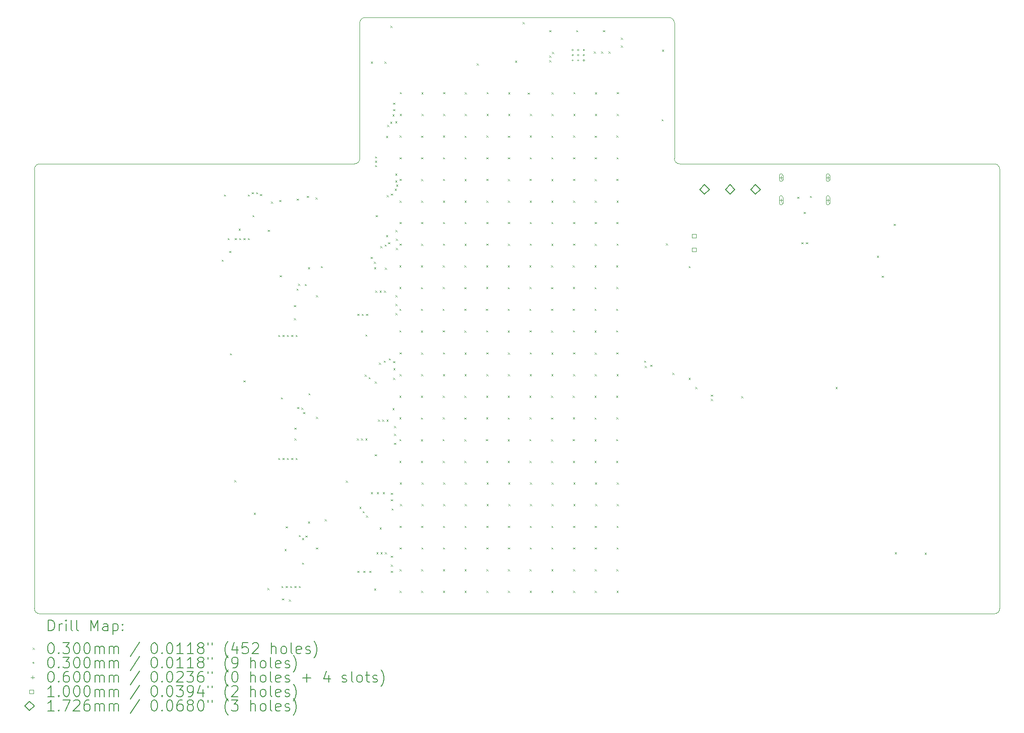
<source format=gbr>
%TF.GenerationSoftware,KiCad,Pcbnew,8.0.6*%
%TF.CreationDate,2024-12-17T00:01:34+05:30*%
%TF.ProjectId,FF1-LP-Badge,4646312d-4c50-42d4-9261-6467652e6b69,rev?*%
%TF.SameCoordinates,Original*%
%TF.FileFunction,Drillmap*%
%TF.FilePolarity,Positive*%
%FSLAX45Y45*%
G04 Gerber Fmt 4.5, Leading zero omitted, Abs format (unit mm)*
G04 Created by KiCad (PCBNEW 8.0.6) date 2024-12-17 00:01:34*
%MOMM*%
%LPD*%
G01*
G04 APERTURE LIST*
%ADD10C,0.050000*%
%ADD11C,0.200000*%
%ADD12C,0.100000*%
%ADD13C,0.172643*%
G04 APERTURE END LIST*
D10*
X16000000Y-4900000D02*
X16000000Y-2400000D01*
X10100000Y-13300000D02*
G75*
G02*
X10000000Y-13200000I0J100000D01*
G01*
X16000000Y-2400000D02*
G75*
G02*
X16100000Y-2300000I100000J0D01*
G01*
X10100000Y-5000000D02*
X15900000Y-5000000D01*
X21900000Y-5000000D02*
G75*
G02*
X21800000Y-4900000I0J100000D01*
G01*
X27800000Y-5100000D02*
X27800000Y-13200000D01*
X10000000Y-5100000D02*
G75*
G02*
X10100000Y-5000000I100000J0D01*
G01*
X27800000Y-13200000D02*
G75*
G02*
X27700000Y-13300000I-100000J0D01*
G01*
X27700000Y-13300000D02*
X10100000Y-13300000D01*
X16000000Y-4900000D02*
G75*
G02*
X15900000Y-5000000I-100000J0D01*
G01*
X10000000Y-13200000D02*
X10000000Y-5100000D01*
X16100000Y-2300000D02*
X21700000Y-2300000D01*
X21900000Y-5000000D02*
X27700000Y-5000000D01*
X27700000Y-5000000D02*
G75*
G02*
X27800000Y-5100000I0J-100000D01*
G01*
X21700000Y-2300000D02*
G75*
G02*
X21800000Y-2400000I0J-100000D01*
G01*
X21800000Y-2400000D02*
X21800000Y-4900000D01*
D11*
D12*
X13455000Y-6765000D02*
X13485000Y-6795000D01*
X13485000Y-6765000D02*
X13455000Y-6795000D01*
X13495000Y-5565000D02*
X13525000Y-5595000D01*
X13525000Y-5565000D02*
X13495000Y-5595000D01*
X13565000Y-6369270D02*
X13595000Y-6399270D01*
X13595000Y-6369270D02*
X13565000Y-6399270D01*
X13595000Y-6605000D02*
X13625000Y-6635000D01*
X13625000Y-6605000D02*
X13595000Y-6635000D01*
X13605000Y-8495000D02*
X13635000Y-8525000D01*
X13635000Y-8495000D02*
X13605000Y-8525000D01*
X13685000Y-10835000D02*
X13715000Y-10865000D01*
X13715000Y-10835000D02*
X13685000Y-10865000D01*
X13694999Y-6369270D02*
X13724999Y-6399270D01*
X13724999Y-6369270D02*
X13694999Y-6399270D01*
X13765000Y-6195000D02*
X13795000Y-6225000D01*
X13795000Y-6195000D02*
X13765000Y-6225000D01*
X13774999Y-6369270D02*
X13804999Y-6399270D01*
X13804999Y-6369270D02*
X13774999Y-6399270D01*
X13855000Y-6369270D02*
X13885000Y-6399270D01*
X13885000Y-6369270D02*
X13855000Y-6399270D01*
X13855000Y-8995000D02*
X13885000Y-9025000D01*
X13885000Y-8995000D02*
X13855000Y-9025000D01*
X13935000Y-6369270D02*
X13965000Y-6399270D01*
X13965000Y-6369270D02*
X13935000Y-6399270D01*
X13937815Y-5562960D02*
X13967815Y-5592960D01*
X13967815Y-5562960D02*
X13937815Y-5592960D01*
X14006396Y-5521770D02*
X14036396Y-5551770D01*
X14036396Y-5521770D02*
X14006396Y-5551770D01*
X14020000Y-5946130D02*
X14050000Y-5976130D01*
X14050000Y-5946130D02*
X14020000Y-5976130D01*
X14045000Y-11435000D02*
X14075000Y-11465000D01*
X14075000Y-11435000D02*
X14045000Y-11465000D01*
X14088028Y-5521770D02*
X14118028Y-5551770D01*
X14118028Y-5521770D02*
X14088028Y-5551770D01*
X14161011Y-5554534D02*
X14191011Y-5584534D01*
X14191011Y-5554534D02*
X14161011Y-5584534D01*
X14295000Y-12825000D02*
X14325000Y-12855000D01*
X14325000Y-12825000D02*
X14295000Y-12855000D01*
X14305000Y-6215000D02*
X14335000Y-6245000D01*
X14335000Y-6215000D02*
X14305000Y-6245000D01*
X14365000Y-5695000D02*
X14395000Y-5725000D01*
X14395000Y-5695000D02*
X14365000Y-5725000D01*
X14494999Y-8156130D02*
X14524999Y-8186130D01*
X14524999Y-8156130D02*
X14494999Y-8186130D01*
X14494999Y-10426130D02*
X14524999Y-10456130D01*
X14524999Y-10426130D02*
X14494999Y-10456130D01*
X14515000Y-5665000D02*
X14545000Y-5695000D01*
X14545000Y-5665000D02*
X14515000Y-5695000D01*
X14525000Y-7055000D02*
X14555000Y-7085000D01*
X14555000Y-7055000D02*
X14525000Y-7085000D01*
X14545000Y-9305000D02*
X14575000Y-9335000D01*
X14575000Y-9305000D02*
X14545000Y-9335000D01*
X14554999Y-12786130D02*
X14584999Y-12816130D01*
X14584999Y-12786130D02*
X14554999Y-12816130D01*
X14565000Y-13015000D02*
X14595000Y-13045000D01*
X14595000Y-13015000D02*
X14565000Y-13045000D01*
X14574999Y-8156130D02*
X14604999Y-8186130D01*
X14604999Y-8156130D02*
X14574999Y-8186130D01*
X14574999Y-10426130D02*
X14604999Y-10456130D01*
X14604999Y-10426130D02*
X14574999Y-10456130D01*
X14615000Y-12105000D02*
X14645000Y-12135000D01*
X14645000Y-12105000D02*
X14615000Y-12135000D01*
X14634999Y-12786130D02*
X14664999Y-12816130D01*
X14664999Y-12786130D02*
X14634999Y-12816130D01*
X14635000Y-11685000D02*
X14665000Y-11715000D01*
X14665000Y-11685000D02*
X14635000Y-11715000D01*
X14654999Y-8156130D02*
X14684999Y-8186130D01*
X14684999Y-8156130D02*
X14654999Y-8186130D01*
X14654999Y-10426130D02*
X14684999Y-10456130D01*
X14684999Y-10426130D02*
X14654999Y-10456130D01*
X14695000Y-13035000D02*
X14725000Y-13065000D01*
X14725000Y-13035000D02*
X14695000Y-13065000D01*
X14714999Y-12786130D02*
X14744999Y-12816130D01*
X14744999Y-12786130D02*
X14714999Y-12816130D01*
X14735000Y-8156130D02*
X14765000Y-8186130D01*
X14765000Y-8156130D02*
X14735000Y-8186130D01*
X14735000Y-10426130D02*
X14765000Y-10456130D01*
X14765000Y-10426130D02*
X14735000Y-10456130D01*
X14785000Y-7605000D02*
X14815000Y-7635000D01*
X14815000Y-7605000D02*
X14785000Y-7635000D01*
X14785000Y-7845000D02*
X14815000Y-7875000D01*
X14815000Y-7845000D02*
X14785000Y-7875000D01*
X14795000Y-12786130D02*
X14825000Y-12816130D01*
X14825000Y-12786130D02*
X14795000Y-12816130D01*
X14795000Y-9865000D02*
X14825000Y-9895000D01*
X14825000Y-9865000D02*
X14795000Y-9895000D01*
X14795000Y-10065000D02*
X14825000Y-10095000D01*
X14825000Y-10065000D02*
X14795000Y-10095000D01*
X14815000Y-8156130D02*
X14845000Y-8186130D01*
X14845000Y-8156130D02*
X14815000Y-8186130D01*
X14815000Y-10426130D02*
X14845000Y-10456130D01*
X14845000Y-10426130D02*
X14815000Y-10456130D01*
X14835000Y-7299270D02*
X14865000Y-7329270D01*
X14865000Y-7299270D02*
X14835000Y-7329270D01*
X14836250Y-5639270D02*
X14866250Y-5669270D01*
X14866250Y-5639270D02*
X14836250Y-5669270D01*
X14845000Y-9486130D02*
X14875000Y-9516130D01*
X14875000Y-9486130D02*
X14845000Y-9516130D01*
X14865000Y-7209270D02*
X14895000Y-7239270D01*
X14895000Y-7209270D02*
X14865000Y-7239270D01*
X14875000Y-11846130D02*
X14905000Y-11876130D01*
X14905000Y-11846130D02*
X14875000Y-11876130D01*
X14875000Y-12786130D02*
X14905000Y-12816130D01*
X14905000Y-12786130D02*
X14875000Y-12816130D01*
X14924196Y-9497443D02*
X14954196Y-9527443D01*
X14954196Y-9497443D02*
X14924196Y-9527443D01*
X14935000Y-11902698D02*
X14965000Y-11932698D01*
X14965000Y-11902698D02*
X14935000Y-11932698D01*
X14935000Y-12356130D02*
X14965000Y-12386130D01*
X14965000Y-12356130D02*
X14935000Y-12386130D01*
X14955000Y-9576130D02*
X14985000Y-9606130D01*
X14985000Y-9576130D02*
X14955000Y-9606130D01*
X14984480Y-7216697D02*
X15014480Y-7246697D01*
X15014480Y-7216697D02*
X14984480Y-7246697D01*
X14998198Y-11853647D02*
X15028198Y-11883647D01*
X15028198Y-11853647D02*
X14998198Y-11883647D01*
X15025000Y-5589270D02*
X15055000Y-5619270D01*
X15055000Y-5589270D02*
X15025000Y-5619270D01*
X15045000Y-6905000D02*
X15075000Y-6935000D01*
X15075000Y-6905000D02*
X15045000Y-6935000D01*
X15045000Y-11596130D02*
X15075000Y-11626130D01*
X15075000Y-11596130D02*
X15045000Y-11626130D01*
X15055000Y-9229270D02*
X15085000Y-9259270D01*
X15085000Y-9229270D02*
X15055000Y-9259270D01*
X15185000Y-5619270D02*
X15215000Y-5649270D01*
X15215000Y-5619270D02*
X15185000Y-5649270D01*
X15195000Y-7425000D02*
X15225000Y-7455000D01*
X15225000Y-7425000D02*
X15195000Y-7455000D01*
X15195000Y-9665000D02*
X15225000Y-9695000D01*
X15225000Y-9665000D02*
X15195000Y-9695000D01*
X15195000Y-12075000D02*
X15225000Y-12105000D01*
X15225000Y-12075000D02*
X15195000Y-12105000D01*
X15283100Y-6885000D02*
X15313100Y-6915000D01*
X15313100Y-6885000D02*
X15283100Y-6915000D01*
X15355000Y-11555000D02*
X15385000Y-11585000D01*
X15385000Y-11555000D02*
X15355000Y-11585000D01*
X15745000Y-10845000D02*
X15775000Y-10875000D01*
X15775000Y-10845000D02*
X15745000Y-10875000D01*
X15945000Y-10066130D02*
X15975000Y-10096130D01*
X15975000Y-10066130D02*
X15945000Y-10096130D01*
X15955000Y-7766130D02*
X15985000Y-7796130D01*
X15985000Y-7766130D02*
X15955000Y-7796130D01*
X15955000Y-12506130D02*
X15985000Y-12536130D01*
X15985000Y-12506130D02*
X15955000Y-12536130D01*
X15992300Y-11326130D02*
X16022300Y-11356130D01*
X16022300Y-11326130D02*
X15992300Y-11356130D01*
X16025000Y-10066130D02*
X16055000Y-10096130D01*
X16055000Y-10066130D02*
X16025000Y-10096130D01*
X16035000Y-7766130D02*
X16065000Y-7796130D01*
X16065000Y-7766130D02*
X16035000Y-7796130D01*
X16052300Y-11406130D02*
X16082300Y-11436130D01*
X16082300Y-11406130D02*
X16052300Y-11436130D01*
X16065000Y-12506130D02*
X16095000Y-12536130D01*
X16095000Y-12506130D02*
X16065000Y-12536130D01*
X16092300Y-8888030D02*
X16122300Y-8918030D01*
X16122300Y-8888030D02*
X16092300Y-8918030D01*
X16105000Y-8145000D02*
X16135000Y-8175000D01*
X16135000Y-8145000D02*
X16105000Y-8175000D01*
X16105001Y-10066130D02*
X16135001Y-10096130D01*
X16135001Y-10066130D02*
X16105001Y-10096130D01*
X16115000Y-7766130D02*
X16145000Y-7796130D01*
X16145000Y-7766130D02*
X16115000Y-7796130D01*
X16115000Y-11484995D02*
X16145000Y-11514995D01*
X16145000Y-11484995D02*
X16115000Y-11514995D01*
X16162300Y-8933430D02*
X16192300Y-8963430D01*
X16192300Y-8933430D02*
X16162300Y-8963430D01*
X16175000Y-12506130D02*
X16205000Y-12536130D01*
X16205000Y-12506130D02*
X16175000Y-12536130D01*
X16202300Y-6716130D02*
X16232300Y-6746130D01*
X16232300Y-6716130D02*
X16202300Y-6746130D01*
X16205000Y-3115000D02*
X16235000Y-3145000D01*
X16235000Y-3115000D02*
X16205000Y-3145000D01*
X16205000Y-11056130D02*
X16235000Y-11086130D01*
X16235000Y-11056130D02*
X16205000Y-11086130D01*
X16262300Y-6806130D02*
X16292300Y-6836130D01*
X16292300Y-6806130D02*
X16262300Y-6836130D01*
X16265000Y-6906130D02*
X16295000Y-6936130D01*
X16295000Y-6906130D02*
X16265000Y-6936130D01*
X16265000Y-12835000D02*
X16295000Y-12865000D01*
X16295000Y-12835000D02*
X16265000Y-12865000D01*
X16275000Y-10355000D02*
X16305000Y-10385000D01*
X16305000Y-10355000D02*
X16275000Y-10385000D01*
X16276595Y-9014534D02*
X16306595Y-9044534D01*
X16306595Y-9014534D02*
X16276595Y-9044534D01*
X16281500Y-4862799D02*
X16311500Y-4892799D01*
X16311500Y-4862799D02*
X16281500Y-4892799D01*
X16281500Y-4942800D02*
X16311500Y-4972800D01*
X16311500Y-4942800D02*
X16281500Y-4972800D01*
X16281500Y-5022800D02*
X16311500Y-5052800D01*
X16311500Y-5022800D02*
X16281500Y-5052800D01*
X16285000Y-7336130D02*
X16315000Y-7366130D01*
X16315000Y-7336130D02*
X16285000Y-7366130D01*
X16295000Y-5945000D02*
X16325000Y-5975000D01*
X16325000Y-5945000D02*
X16295000Y-5975000D01*
X16305000Y-12163430D02*
X16335000Y-12193430D01*
X16335000Y-12163430D02*
X16305000Y-12193430D01*
X16315000Y-11056130D02*
X16345000Y-11086130D01*
X16345000Y-11056130D02*
X16315000Y-11086130D01*
X16335000Y-9716130D02*
X16365000Y-9746130D01*
X16365000Y-9716130D02*
X16335000Y-9746130D01*
X16355000Y-8668030D02*
X16385000Y-8698030D01*
X16385000Y-8668030D02*
X16355000Y-8698030D01*
X16365000Y-11705000D02*
X16395000Y-11735000D01*
X16395000Y-11705000D02*
X16365000Y-11735000D01*
X16365000Y-7336130D02*
X16395000Y-7366130D01*
X16395000Y-7336130D02*
X16365000Y-7366130D01*
X16377447Y-6516130D02*
X16407447Y-6546130D01*
X16407447Y-6516130D02*
X16377447Y-6546130D01*
X16385000Y-12163430D02*
X16415000Y-12193430D01*
X16415000Y-12163430D02*
X16385000Y-12193430D01*
X16415000Y-9716130D02*
X16445000Y-9746130D01*
X16445000Y-9716130D02*
X16415000Y-9746130D01*
X16425000Y-11056130D02*
X16455000Y-11086130D01*
X16455000Y-11056130D02*
X16425000Y-11086130D01*
X16441471Y-8628529D02*
X16471471Y-8658529D01*
X16471471Y-8628529D02*
X16441471Y-8658529D01*
X16445001Y-7336130D02*
X16475001Y-7366130D01*
X16475001Y-7336130D02*
X16445001Y-7366130D01*
X16455000Y-3115000D02*
X16485000Y-3145000D01*
X16485000Y-3115000D02*
X16455000Y-3145000D01*
X16458743Y-6488537D02*
X16488743Y-6518537D01*
X16488743Y-6488537D02*
X16458743Y-6518537D01*
X16465000Y-6915000D02*
X16495000Y-6945000D01*
X16495000Y-6915000D02*
X16465000Y-6945000D01*
X16465000Y-12163430D02*
X16495000Y-12193430D01*
X16495000Y-12163430D02*
X16465000Y-12193430D01*
X16485000Y-4485000D02*
X16515000Y-4515000D01*
X16515000Y-4485000D02*
X16485000Y-4515000D01*
X16485000Y-6315000D02*
X16515000Y-6345000D01*
X16515000Y-6315000D02*
X16485000Y-6345000D01*
X16495000Y-9716130D02*
X16525000Y-9746130D01*
X16525000Y-9716130D02*
X16495000Y-9746130D01*
X16497574Y-5579270D02*
X16527574Y-5609270D01*
X16527574Y-5579270D02*
X16497574Y-5609270D01*
X16506900Y-4283916D02*
X16536900Y-4313916D01*
X16536900Y-4283916D02*
X16506900Y-4313916D01*
X16525000Y-6443703D02*
X16555000Y-6473703D01*
X16555000Y-6443703D02*
X16525000Y-6473703D01*
X16535000Y-8586130D02*
X16565000Y-8616130D01*
X16565000Y-8586130D02*
X16535000Y-8616130D01*
X16559858Y-4221471D02*
X16589858Y-4251471D01*
X16589858Y-4221471D02*
X16559858Y-4251471D01*
X16565000Y-2455000D02*
X16595000Y-2485000D01*
X16595000Y-2455000D02*
X16565000Y-2485000D01*
X16574233Y-5548503D02*
X16604233Y-5578503D01*
X16604233Y-5548503D02*
X16574233Y-5578503D01*
X16575000Y-11066130D02*
X16605000Y-11096130D01*
X16605000Y-11066130D02*
X16575000Y-11096130D01*
X16575000Y-11186130D02*
X16605000Y-11216130D01*
X16605000Y-11186130D02*
X16575000Y-11216130D01*
X16575000Y-12226130D02*
X16605000Y-12256130D01*
X16605000Y-12226130D02*
X16575000Y-12256130D01*
X16575000Y-12391769D02*
X16605000Y-12421769D01*
X16605000Y-12391769D02*
X16575000Y-12421769D01*
X16575000Y-12506130D02*
X16605000Y-12536130D01*
X16605000Y-12506130D02*
X16575000Y-12536130D01*
X16585000Y-11356130D02*
X16615000Y-11386130D01*
X16615000Y-11356130D02*
X16585000Y-11386130D01*
X16605000Y-9505000D02*
X16635000Y-9535000D01*
X16635000Y-9505000D02*
X16605000Y-9535000D01*
X16605000Y-4089270D02*
X16635000Y-4119270D01*
X16635000Y-4089270D02*
X16605000Y-4119270D01*
X16615000Y-8636130D02*
X16645000Y-8666130D01*
X16645000Y-8636130D02*
X16615000Y-8666130D01*
X16615000Y-8946130D02*
X16645000Y-8976130D01*
X16645000Y-8946130D02*
X16615000Y-8976130D01*
X16615000Y-3869270D02*
X16645000Y-3899270D01*
X16645000Y-3869270D02*
X16615000Y-3899270D01*
X16615000Y-3989270D02*
X16645000Y-4019270D01*
X16645000Y-3989270D02*
X16615000Y-4019270D01*
X16620000Y-8771130D02*
X16650000Y-8801130D01*
X16650000Y-8771130D02*
X16620000Y-8801130D01*
X16635000Y-9836130D02*
X16665000Y-9866130D01*
X16665000Y-9836130D02*
X16635000Y-9866130D01*
X16635000Y-9981769D02*
X16665000Y-10011769D01*
X16665000Y-9981769D02*
X16635000Y-10011769D01*
X16635000Y-10146130D02*
X16665000Y-10176130D01*
X16665000Y-10146130D02*
X16635000Y-10176130D01*
X16645000Y-5459270D02*
X16675000Y-5489270D01*
X16675000Y-5459270D02*
X16645000Y-5489270D01*
X16653100Y-5181417D02*
X16683100Y-5211417D01*
X16683100Y-5181417D02*
X16653100Y-5211417D01*
X16653100Y-5306223D02*
X16683100Y-5336223D01*
X16683100Y-5306223D02*
X16653100Y-5336223D01*
X16655000Y-4215000D02*
X16685000Y-4245000D01*
X16685000Y-4215000D02*
X16655000Y-4245000D01*
X16659361Y-6221769D02*
X16689361Y-6251769D01*
X16689361Y-6221769D02*
X16659361Y-6251769D01*
X16659361Y-7421769D02*
X16689361Y-7451769D01*
X16689361Y-7421769D02*
X16659361Y-7451769D01*
X16659361Y-7581769D02*
X16689361Y-7611769D01*
X16689361Y-7581769D02*
X16659361Y-7611769D01*
X16659361Y-7751769D02*
X16689361Y-7781769D01*
X16689361Y-7751769D02*
X16659361Y-7781769D01*
X16665000Y-6381769D02*
X16695000Y-6411769D01*
X16695000Y-6381769D02*
X16665000Y-6411769D01*
X16666990Y-6549069D02*
X16696990Y-6579069D01*
X16696990Y-6549069D02*
X16666990Y-6579069D01*
X16671990Y-5383961D02*
X16701990Y-5413961D01*
X16701990Y-5383961D02*
X16671990Y-5413961D01*
X16728651Y-7673208D02*
X16758651Y-7703208D01*
X16758651Y-7673208D02*
X16728651Y-7703208D01*
X16728651Y-10078209D02*
X16758651Y-10108209D01*
X16758651Y-10078209D02*
X16728651Y-10108209D01*
X16729380Y-6873208D02*
X16759380Y-6903208D01*
X16759380Y-6873208D02*
X16729380Y-6903208D01*
X16729380Y-9278209D02*
X16759380Y-9308209D01*
X16759380Y-9278209D02*
X16729380Y-9308209D01*
X16729690Y-8072169D02*
X16759690Y-8102169D01*
X16759690Y-8072169D02*
X16729690Y-8102169D01*
X16729690Y-10477169D02*
X16759690Y-10507169D01*
X16759690Y-10477169D02*
X16729690Y-10507169D01*
X16730420Y-7272169D02*
X16760420Y-7302169D01*
X16760420Y-7272169D02*
X16730420Y-7302169D01*
X16730420Y-9677169D02*
X16760420Y-9707169D01*
X16760420Y-9677169D02*
X16730420Y-9707169D01*
X16733651Y-5278209D02*
X16763651Y-5308209D01*
X16763651Y-5278209D02*
X16733651Y-5308209D01*
X16733961Y-12477169D02*
X16763961Y-12507169D01*
X16763961Y-12477169D02*
X16733961Y-12507169D01*
X16734380Y-4478209D02*
X16764380Y-4508209D01*
X16764380Y-4478209D02*
X16734380Y-4508209D01*
X16734380Y-6073208D02*
X16764380Y-6103208D01*
X16764380Y-6073208D02*
X16734380Y-6103208D01*
X16734380Y-8478209D02*
X16764380Y-8508209D01*
X16764380Y-8478209D02*
X16734380Y-8508209D01*
X16734690Y-11677169D02*
X16764690Y-11707169D01*
X16764690Y-11677169D02*
X16734690Y-11707169D01*
X16734690Y-5677169D02*
X16764690Y-5707169D01*
X16764690Y-5677169D02*
X16734690Y-5707169D01*
X16735000Y-12876130D02*
X16765000Y-12906130D01*
X16765000Y-12876130D02*
X16735000Y-12906130D01*
X16735420Y-4877169D02*
X16765420Y-4907169D01*
X16765420Y-4877169D02*
X16735420Y-4907169D01*
X16735420Y-6472169D02*
X16765420Y-6502169D01*
X16765420Y-6472169D02*
X16735420Y-6502169D01*
X16735420Y-8877169D02*
X16765420Y-8907169D01*
X16765420Y-8877169D02*
X16735420Y-8907169D01*
X16735729Y-12076130D02*
X16765729Y-12106130D01*
X16765729Y-12076130D02*
X16735729Y-12106130D01*
X16739380Y-3678208D02*
X16769380Y-3708208D01*
X16769380Y-3678208D02*
X16739380Y-3708208D01*
X16739690Y-10877169D02*
X16769690Y-10907169D01*
X16769690Y-10877169D02*
X16739690Y-10907169D01*
X16740420Y-4077169D02*
X16770420Y-4107169D01*
X16770420Y-4077169D02*
X16740420Y-4107169D01*
X16740729Y-11276130D02*
X16770729Y-11306130D01*
X16770729Y-11276130D02*
X16740729Y-11306130D01*
X17127611Y-7674248D02*
X17157611Y-7704248D01*
X17157611Y-7674248D02*
X17127611Y-7704248D01*
X17127611Y-10079248D02*
X17157611Y-10109248D01*
X17157611Y-10079248D02*
X17127611Y-10109248D01*
X17128341Y-6874248D02*
X17158341Y-6904248D01*
X17158341Y-6874248D02*
X17128341Y-6904248D01*
X17128341Y-9279248D02*
X17158341Y-9309248D01*
X17158341Y-9279248D02*
X17128341Y-9309248D01*
X17128651Y-8073208D02*
X17158651Y-8103208D01*
X17158651Y-8073208D02*
X17128651Y-8103208D01*
X17128651Y-10478209D02*
X17158651Y-10508209D01*
X17158651Y-10478209D02*
X17128651Y-10508209D01*
X17129380Y-7273208D02*
X17159380Y-7303208D01*
X17159380Y-7273208D02*
X17129380Y-7303208D01*
X17129380Y-9678209D02*
X17159380Y-9708209D01*
X17159380Y-9678209D02*
X17129380Y-9708209D01*
X17132611Y-5279248D02*
X17162611Y-5309248D01*
X17162611Y-5279248D02*
X17132611Y-5309248D01*
X17132921Y-12478208D02*
X17162921Y-12508208D01*
X17162921Y-12478208D02*
X17132921Y-12508208D01*
X17133341Y-4479248D02*
X17163341Y-4509248D01*
X17163341Y-4479248D02*
X17133341Y-4509248D01*
X17133341Y-6074248D02*
X17163341Y-6104248D01*
X17163341Y-6074248D02*
X17133341Y-6104248D01*
X17133341Y-8479248D02*
X17163341Y-8509248D01*
X17163341Y-8479248D02*
X17133341Y-8509248D01*
X17133651Y-11678208D02*
X17163651Y-11708208D01*
X17163651Y-11678208D02*
X17133651Y-11708208D01*
X17133651Y-5678208D02*
X17163651Y-5708208D01*
X17163651Y-5678208D02*
X17133651Y-5708208D01*
X17133961Y-12877169D02*
X17163961Y-12907169D01*
X17163961Y-12877169D02*
X17133961Y-12907169D01*
X17134380Y-4878209D02*
X17164380Y-4908209D01*
X17164380Y-4878209D02*
X17134380Y-4908209D01*
X17134380Y-6473208D02*
X17164380Y-6503208D01*
X17164380Y-6473208D02*
X17134380Y-6503208D01*
X17134380Y-8878209D02*
X17164380Y-8908209D01*
X17164380Y-8878209D02*
X17134380Y-8908209D01*
X17134690Y-12077169D02*
X17164690Y-12107169D01*
X17164690Y-12077169D02*
X17134690Y-12107169D01*
X17138341Y-3679248D02*
X17168341Y-3709248D01*
X17168341Y-3679248D02*
X17138341Y-3709248D01*
X17138651Y-10878209D02*
X17168651Y-10908209D01*
X17168651Y-10878209D02*
X17138651Y-10908209D01*
X17139380Y-4078208D02*
X17169380Y-4108208D01*
X17169380Y-4078208D02*
X17139380Y-4108208D01*
X17139690Y-11277169D02*
X17169690Y-11307169D01*
X17169690Y-11277169D02*
X17139690Y-11307169D01*
X17527921Y-7673208D02*
X17557921Y-7703208D01*
X17557921Y-7673208D02*
X17527921Y-7703208D01*
X17527921Y-10078209D02*
X17557921Y-10108209D01*
X17557921Y-10078209D02*
X17527921Y-10108209D01*
X17528651Y-6873208D02*
X17558651Y-6903208D01*
X17558651Y-6873208D02*
X17528651Y-6903208D01*
X17528651Y-9278209D02*
X17558651Y-9308209D01*
X17558651Y-9278209D02*
X17528651Y-9308209D01*
X17528961Y-8072169D02*
X17558961Y-8102169D01*
X17558961Y-8072169D02*
X17528961Y-8102169D01*
X17528961Y-10477169D02*
X17558961Y-10507169D01*
X17558961Y-10477169D02*
X17528961Y-10507169D01*
X17529690Y-7272169D02*
X17559690Y-7302169D01*
X17559690Y-7272169D02*
X17529690Y-7302169D01*
X17529690Y-9677169D02*
X17559690Y-9707169D01*
X17559690Y-9677169D02*
X17529690Y-9707169D01*
X17532921Y-5278209D02*
X17562921Y-5308209D01*
X17562921Y-5278209D02*
X17532921Y-5308209D01*
X17533231Y-12477169D02*
X17563231Y-12507169D01*
X17563231Y-12477169D02*
X17533231Y-12507169D01*
X17533651Y-4478209D02*
X17563651Y-4508209D01*
X17563651Y-4478209D02*
X17533651Y-4508209D01*
X17533651Y-6073208D02*
X17563651Y-6103208D01*
X17563651Y-6073208D02*
X17533651Y-6103208D01*
X17533651Y-8478209D02*
X17563651Y-8508209D01*
X17563651Y-8478209D02*
X17533651Y-8508209D01*
X17533961Y-11677169D02*
X17563961Y-11707169D01*
X17563961Y-11677169D02*
X17533961Y-11707169D01*
X17533961Y-5677169D02*
X17563961Y-5707169D01*
X17563961Y-5677169D02*
X17533961Y-5707169D01*
X17534270Y-12876130D02*
X17564270Y-12906130D01*
X17564270Y-12876130D02*
X17534270Y-12906130D01*
X17534690Y-4877169D02*
X17564690Y-4907169D01*
X17564690Y-4877169D02*
X17534690Y-4907169D01*
X17534690Y-6472169D02*
X17564690Y-6502169D01*
X17564690Y-6472169D02*
X17534690Y-6502169D01*
X17534690Y-8877169D02*
X17564690Y-8907169D01*
X17564690Y-8877169D02*
X17534690Y-8907169D01*
X17535000Y-12076130D02*
X17565000Y-12106130D01*
X17565000Y-12076130D02*
X17535000Y-12106130D01*
X17538651Y-3678208D02*
X17568651Y-3708208D01*
X17568651Y-3678208D02*
X17538651Y-3708208D01*
X17538961Y-10877169D02*
X17568961Y-10907169D01*
X17568961Y-10877169D02*
X17538961Y-10907169D01*
X17539690Y-4077169D02*
X17569690Y-4107169D01*
X17569690Y-4077169D02*
X17539690Y-4107169D01*
X17540000Y-11276130D02*
X17570000Y-11306130D01*
X17570000Y-11276130D02*
X17540000Y-11306130D01*
X17926882Y-7674248D02*
X17956882Y-7704248D01*
X17956882Y-7674248D02*
X17926882Y-7704248D01*
X17926882Y-10079248D02*
X17956882Y-10109248D01*
X17956882Y-10079248D02*
X17926882Y-10109248D01*
X17927611Y-6874248D02*
X17957611Y-6904248D01*
X17957611Y-6874248D02*
X17927611Y-6904248D01*
X17927611Y-9279248D02*
X17957611Y-9309248D01*
X17957611Y-9279248D02*
X17927611Y-9309248D01*
X17927921Y-8073208D02*
X17957921Y-8103208D01*
X17957921Y-8073208D02*
X17927921Y-8103208D01*
X17927921Y-10478209D02*
X17957921Y-10508209D01*
X17957921Y-10478209D02*
X17927921Y-10508209D01*
X17928651Y-7273208D02*
X17958651Y-7303208D01*
X17958651Y-7273208D02*
X17928651Y-7303208D01*
X17928651Y-9678209D02*
X17958651Y-9708209D01*
X17958651Y-9678209D02*
X17928651Y-9708209D01*
X17931882Y-5279248D02*
X17961882Y-5309248D01*
X17961882Y-5279248D02*
X17931882Y-5309248D01*
X17932192Y-12478208D02*
X17962192Y-12508208D01*
X17962192Y-12478208D02*
X17932192Y-12508208D01*
X17932611Y-4479248D02*
X17962611Y-4509248D01*
X17962611Y-4479248D02*
X17932611Y-4509248D01*
X17932611Y-6074248D02*
X17962611Y-6104248D01*
X17962611Y-6074248D02*
X17932611Y-6104248D01*
X17932611Y-8479248D02*
X17962611Y-8509248D01*
X17962611Y-8479248D02*
X17932611Y-8509248D01*
X17932921Y-11678208D02*
X17962921Y-11708208D01*
X17962921Y-11678208D02*
X17932921Y-11708208D01*
X17932921Y-5678208D02*
X17962921Y-5708208D01*
X17962921Y-5678208D02*
X17932921Y-5708208D01*
X17933231Y-12877169D02*
X17963231Y-12907169D01*
X17963231Y-12877169D02*
X17933231Y-12907169D01*
X17933651Y-4878209D02*
X17963651Y-4908209D01*
X17963651Y-4878209D02*
X17933651Y-4908209D01*
X17933651Y-6473208D02*
X17963651Y-6503208D01*
X17963651Y-6473208D02*
X17933651Y-6503208D01*
X17933651Y-8878209D02*
X17963651Y-8908209D01*
X17963651Y-8878209D02*
X17933651Y-8908209D01*
X17933961Y-12077169D02*
X17963961Y-12107169D01*
X17963961Y-12077169D02*
X17933961Y-12107169D01*
X17937611Y-3679248D02*
X17967611Y-3709248D01*
X17967611Y-3679248D02*
X17937611Y-3709248D01*
X17937921Y-10878209D02*
X17967921Y-10908209D01*
X17967921Y-10878209D02*
X17937921Y-10908209D01*
X17938651Y-4078208D02*
X17968651Y-4108208D01*
X17968651Y-4078208D02*
X17938651Y-4108208D01*
X17938961Y-11277169D02*
X17968961Y-11307169D01*
X17968961Y-11277169D02*
X17938961Y-11307169D01*
X18155000Y-3145000D02*
X18185000Y-3175000D01*
X18185000Y-3145000D02*
X18155000Y-3175000D01*
X18327921Y-7673208D02*
X18357921Y-7703208D01*
X18357921Y-7673208D02*
X18327921Y-7703208D01*
X18327921Y-10078209D02*
X18357921Y-10108209D01*
X18357921Y-10078209D02*
X18327921Y-10108209D01*
X18328651Y-6873208D02*
X18358651Y-6903208D01*
X18358651Y-6873208D02*
X18328651Y-6903208D01*
X18328651Y-9278209D02*
X18358651Y-9308209D01*
X18358651Y-9278209D02*
X18328651Y-9308209D01*
X18328961Y-8072169D02*
X18358961Y-8102169D01*
X18358961Y-8072169D02*
X18328961Y-8102169D01*
X18328961Y-10477169D02*
X18358961Y-10507169D01*
X18358961Y-10477169D02*
X18328961Y-10507169D01*
X18329690Y-7272169D02*
X18359690Y-7302169D01*
X18359690Y-7272169D02*
X18329690Y-7302169D01*
X18329690Y-9677169D02*
X18359690Y-9707169D01*
X18359690Y-9677169D02*
X18329690Y-9707169D01*
X18332921Y-5278209D02*
X18362921Y-5308209D01*
X18362921Y-5278209D02*
X18332921Y-5308209D01*
X18333231Y-12477169D02*
X18363231Y-12507169D01*
X18363231Y-12477169D02*
X18333231Y-12507169D01*
X18333651Y-4478209D02*
X18363651Y-4508209D01*
X18363651Y-4478209D02*
X18333651Y-4508209D01*
X18333651Y-6073208D02*
X18363651Y-6103208D01*
X18363651Y-6073208D02*
X18333651Y-6103208D01*
X18333651Y-8478209D02*
X18363651Y-8508209D01*
X18363651Y-8478209D02*
X18333651Y-8508209D01*
X18333961Y-11677169D02*
X18363961Y-11707169D01*
X18363961Y-11677169D02*
X18333961Y-11707169D01*
X18333961Y-5677169D02*
X18363961Y-5707169D01*
X18363961Y-5677169D02*
X18333961Y-5707169D01*
X18334271Y-12876130D02*
X18364271Y-12906130D01*
X18364271Y-12876130D02*
X18334271Y-12906130D01*
X18334690Y-4877169D02*
X18364690Y-4907169D01*
X18364690Y-4877169D02*
X18334690Y-4907169D01*
X18334690Y-6472169D02*
X18364690Y-6502169D01*
X18364690Y-6472169D02*
X18334690Y-6502169D01*
X18334690Y-8877169D02*
X18364690Y-8907169D01*
X18364690Y-8877169D02*
X18334690Y-8907169D01*
X18335000Y-12076130D02*
X18365000Y-12106130D01*
X18365000Y-12076130D02*
X18335000Y-12106130D01*
X18338651Y-3678208D02*
X18368651Y-3708208D01*
X18368651Y-3678208D02*
X18338651Y-3708208D01*
X18338961Y-10877169D02*
X18368961Y-10907169D01*
X18368961Y-10877169D02*
X18338961Y-10907169D01*
X18339690Y-4077169D02*
X18369690Y-4107169D01*
X18369690Y-4077169D02*
X18339690Y-4107169D01*
X18340000Y-11276130D02*
X18370000Y-11306130D01*
X18370000Y-11276130D02*
X18340000Y-11306130D01*
X18726882Y-7674248D02*
X18756882Y-7704248D01*
X18756882Y-7674248D02*
X18726882Y-7704248D01*
X18726882Y-10079248D02*
X18756882Y-10109248D01*
X18756882Y-10079248D02*
X18726882Y-10109248D01*
X18727611Y-6874248D02*
X18757611Y-6904248D01*
X18757611Y-6874248D02*
X18727611Y-6904248D01*
X18727611Y-9279248D02*
X18757611Y-9309248D01*
X18757611Y-9279248D02*
X18727611Y-9309248D01*
X18727921Y-8073208D02*
X18757921Y-8103208D01*
X18757921Y-8073208D02*
X18727921Y-8103208D01*
X18727921Y-10478209D02*
X18757921Y-10508209D01*
X18757921Y-10478209D02*
X18727921Y-10508209D01*
X18728651Y-7273208D02*
X18758651Y-7303208D01*
X18758651Y-7273208D02*
X18728651Y-7303208D01*
X18728651Y-9678209D02*
X18758651Y-9708209D01*
X18758651Y-9678209D02*
X18728651Y-9708209D01*
X18731882Y-5279248D02*
X18761882Y-5309248D01*
X18761882Y-5279248D02*
X18731882Y-5309248D01*
X18732192Y-12478208D02*
X18762192Y-12508208D01*
X18762192Y-12478208D02*
X18732192Y-12508208D01*
X18732611Y-4479248D02*
X18762611Y-4509248D01*
X18762611Y-4479248D02*
X18732611Y-4509248D01*
X18732611Y-6074248D02*
X18762611Y-6104248D01*
X18762611Y-6074248D02*
X18732611Y-6104248D01*
X18732611Y-8479248D02*
X18762611Y-8509248D01*
X18762611Y-8479248D02*
X18732611Y-8509248D01*
X18732921Y-11678208D02*
X18762921Y-11708208D01*
X18762921Y-11678208D02*
X18732921Y-11708208D01*
X18732921Y-5678208D02*
X18762921Y-5708208D01*
X18762921Y-5678208D02*
X18732921Y-5708208D01*
X18733231Y-12877169D02*
X18763231Y-12907169D01*
X18763231Y-12877169D02*
X18733231Y-12907169D01*
X18733651Y-4878209D02*
X18763651Y-4908209D01*
X18763651Y-4878209D02*
X18733651Y-4908209D01*
X18733651Y-6473208D02*
X18763651Y-6503208D01*
X18763651Y-6473208D02*
X18733651Y-6503208D01*
X18733651Y-8878209D02*
X18763651Y-8908209D01*
X18763651Y-8878209D02*
X18733651Y-8908209D01*
X18733961Y-12077169D02*
X18763961Y-12107169D01*
X18763961Y-12077169D02*
X18733961Y-12107169D01*
X18737611Y-3679248D02*
X18767611Y-3709248D01*
X18767611Y-3679248D02*
X18737611Y-3709248D01*
X18737921Y-10878209D02*
X18767921Y-10908209D01*
X18767921Y-10878209D02*
X18737921Y-10908209D01*
X18738651Y-4078208D02*
X18768651Y-4108208D01*
X18768651Y-4078208D02*
X18738651Y-4108208D01*
X18738961Y-11277169D02*
X18768961Y-11307169D01*
X18768961Y-11277169D02*
X18738961Y-11307169D01*
X18865000Y-3095000D02*
X18895000Y-3125000D01*
X18895000Y-3095000D02*
X18865000Y-3125000D01*
X19005000Y-2385000D02*
X19035000Y-2415000D01*
X19035000Y-2385000D02*
X19005000Y-2415000D01*
X19095000Y-3685000D02*
X19125000Y-3715000D01*
X19125000Y-3685000D02*
X19095000Y-3715000D01*
X19127192Y-7673208D02*
X19157192Y-7703208D01*
X19157192Y-7673208D02*
X19127192Y-7703208D01*
X19127192Y-10078209D02*
X19157192Y-10108209D01*
X19157192Y-10078209D02*
X19127192Y-10108209D01*
X19127921Y-6873208D02*
X19157921Y-6903208D01*
X19157921Y-6873208D02*
X19127921Y-6903208D01*
X19127921Y-9278209D02*
X19157921Y-9308209D01*
X19157921Y-9278209D02*
X19127921Y-9308209D01*
X19128231Y-8072169D02*
X19158231Y-8102169D01*
X19158231Y-8072169D02*
X19128231Y-8102169D01*
X19128231Y-10477169D02*
X19158231Y-10507169D01*
X19158231Y-10477169D02*
X19128231Y-10507169D01*
X19128961Y-7272169D02*
X19158961Y-7302169D01*
X19158961Y-7272169D02*
X19128961Y-7302169D01*
X19128961Y-9677169D02*
X19158961Y-9707169D01*
X19158961Y-9677169D02*
X19128961Y-9707169D01*
X19132192Y-5278209D02*
X19162192Y-5308209D01*
X19162192Y-5278209D02*
X19132192Y-5308209D01*
X19132502Y-12477169D02*
X19162502Y-12507169D01*
X19162502Y-12477169D02*
X19132502Y-12507169D01*
X19132921Y-4478209D02*
X19162921Y-4508209D01*
X19162921Y-4478209D02*
X19132921Y-4508209D01*
X19132921Y-6073208D02*
X19162921Y-6103208D01*
X19162921Y-6073208D02*
X19132921Y-6103208D01*
X19132921Y-8478209D02*
X19162921Y-8508209D01*
X19162921Y-8478209D02*
X19132921Y-8508209D01*
X19133231Y-11677169D02*
X19163231Y-11707169D01*
X19163231Y-11677169D02*
X19133231Y-11707169D01*
X19133231Y-5677169D02*
X19163231Y-5707169D01*
X19163231Y-5677169D02*
X19133231Y-5707169D01*
X19133541Y-12876130D02*
X19163541Y-12906130D01*
X19163541Y-12876130D02*
X19133541Y-12906130D01*
X19133961Y-4877169D02*
X19163961Y-4907169D01*
X19163961Y-4877169D02*
X19133961Y-4907169D01*
X19133961Y-6472169D02*
X19163961Y-6502169D01*
X19163961Y-6472169D02*
X19133961Y-6502169D01*
X19133961Y-8877169D02*
X19163961Y-8907169D01*
X19163961Y-8877169D02*
X19133961Y-8907169D01*
X19134270Y-12076130D02*
X19164270Y-12106130D01*
X19164270Y-12076130D02*
X19134270Y-12106130D01*
X19138231Y-10877169D02*
X19168231Y-10907169D01*
X19168231Y-10877169D02*
X19138231Y-10907169D01*
X19138961Y-4077169D02*
X19168961Y-4107169D01*
X19168961Y-4077169D02*
X19138961Y-4107169D01*
X19139270Y-11276130D02*
X19169270Y-11306130D01*
X19169270Y-11276130D02*
X19139270Y-11306130D01*
X19495000Y-2535000D02*
X19525000Y-2565000D01*
X19525000Y-2535000D02*
X19495000Y-2565000D01*
X19495422Y-3086516D02*
X19525422Y-3116516D01*
X19525422Y-3086516D02*
X19495422Y-3116516D01*
X19496626Y-3002867D02*
X19526626Y-3032867D01*
X19526626Y-3002867D02*
X19496626Y-3032867D01*
X19526152Y-7674248D02*
X19556152Y-7704248D01*
X19556152Y-7674248D02*
X19526152Y-7704248D01*
X19526152Y-10079248D02*
X19556152Y-10109248D01*
X19556152Y-10079248D02*
X19526152Y-10109248D01*
X19526882Y-6874248D02*
X19556882Y-6904248D01*
X19556882Y-6874248D02*
X19526882Y-6904248D01*
X19526882Y-9279248D02*
X19556882Y-9309248D01*
X19556882Y-9279248D02*
X19526882Y-9309248D01*
X19527192Y-8073208D02*
X19557192Y-8103208D01*
X19557192Y-8073208D02*
X19527192Y-8103208D01*
X19527192Y-10478209D02*
X19557192Y-10508209D01*
X19557192Y-10478209D02*
X19527192Y-10508209D01*
X19527921Y-7273208D02*
X19557921Y-7303208D01*
X19557921Y-7273208D02*
X19527921Y-7303208D01*
X19527921Y-9678209D02*
X19557921Y-9708209D01*
X19557921Y-9678209D02*
X19527921Y-9708209D01*
X19531152Y-5279248D02*
X19561152Y-5309248D01*
X19561152Y-5279248D02*
X19531152Y-5309248D01*
X19531462Y-12478208D02*
X19561462Y-12508208D01*
X19561462Y-12478208D02*
X19531462Y-12508208D01*
X19531882Y-4479248D02*
X19561882Y-4509248D01*
X19561882Y-4479248D02*
X19531882Y-4509248D01*
X19531882Y-6074248D02*
X19561882Y-6104248D01*
X19561882Y-6074248D02*
X19531882Y-6104248D01*
X19531882Y-8479248D02*
X19561882Y-8509248D01*
X19561882Y-8479248D02*
X19531882Y-8509248D01*
X19532192Y-11678208D02*
X19562192Y-11708208D01*
X19562192Y-11678208D02*
X19532192Y-11708208D01*
X19532192Y-5678208D02*
X19562192Y-5708208D01*
X19562192Y-5678208D02*
X19532192Y-5708208D01*
X19532502Y-12877169D02*
X19562502Y-12907169D01*
X19562502Y-12877169D02*
X19532502Y-12907169D01*
X19532921Y-4878209D02*
X19562921Y-4908209D01*
X19562921Y-4878209D02*
X19532921Y-4908209D01*
X19532921Y-6473208D02*
X19562921Y-6503208D01*
X19562921Y-6473208D02*
X19532921Y-6503208D01*
X19532921Y-8878209D02*
X19562921Y-8908209D01*
X19562921Y-8878209D02*
X19532921Y-8908209D01*
X19533231Y-12077169D02*
X19563231Y-12107169D01*
X19563231Y-12077169D02*
X19533231Y-12107169D01*
X19536882Y-3679248D02*
X19566882Y-3709248D01*
X19566882Y-3679248D02*
X19536882Y-3709248D01*
X19537192Y-10878209D02*
X19567192Y-10908209D01*
X19567192Y-10878209D02*
X19537192Y-10908209D01*
X19537921Y-4078208D02*
X19567921Y-4108208D01*
X19567921Y-4078208D02*
X19537921Y-4108208D01*
X19538231Y-11277169D02*
X19568231Y-11307169D01*
X19568231Y-11277169D02*
X19538231Y-11307169D01*
X19545000Y-2935000D02*
X19575000Y-2965000D01*
X19575000Y-2935000D02*
X19545000Y-2965000D01*
X19927921Y-7673208D02*
X19957921Y-7703208D01*
X19957921Y-7673208D02*
X19927921Y-7703208D01*
X19927921Y-10078209D02*
X19957921Y-10108209D01*
X19957921Y-10078209D02*
X19927921Y-10108209D01*
X19928651Y-6873208D02*
X19958651Y-6903208D01*
X19958651Y-6873208D02*
X19928651Y-6903208D01*
X19928651Y-9278209D02*
X19958651Y-9308209D01*
X19958651Y-9278209D02*
X19928651Y-9308209D01*
X19928961Y-8072169D02*
X19958961Y-8102169D01*
X19958961Y-8072169D02*
X19928961Y-8102169D01*
X19928961Y-10477169D02*
X19958961Y-10507169D01*
X19958961Y-10477169D02*
X19928961Y-10507169D01*
X19929690Y-7272169D02*
X19959690Y-7302169D01*
X19959690Y-7272169D02*
X19929690Y-7302169D01*
X19929690Y-9677169D02*
X19959690Y-9707169D01*
X19959690Y-9677169D02*
X19929690Y-9707169D01*
X19932921Y-5278209D02*
X19962921Y-5308209D01*
X19962921Y-5278209D02*
X19932921Y-5308209D01*
X19933231Y-12477169D02*
X19963231Y-12507169D01*
X19963231Y-12477169D02*
X19933231Y-12507169D01*
X19933651Y-4478209D02*
X19963651Y-4508209D01*
X19963651Y-4478209D02*
X19933651Y-4508209D01*
X19933651Y-6073208D02*
X19963651Y-6103208D01*
X19963651Y-6073208D02*
X19933651Y-6103208D01*
X19933651Y-8478209D02*
X19963651Y-8508209D01*
X19963651Y-8478209D02*
X19933651Y-8508209D01*
X19933961Y-11677169D02*
X19963961Y-11707169D01*
X19963961Y-11677169D02*
X19933961Y-11707169D01*
X19933961Y-5677169D02*
X19963961Y-5707169D01*
X19963961Y-5677169D02*
X19933961Y-5707169D01*
X19934271Y-12876130D02*
X19964271Y-12906130D01*
X19964271Y-12876130D02*
X19934271Y-12906130D01*
X19934690Y-4877169D02*
X19964690Y-4907169D01*
X19964690Y-4877169D02*
X19934690Y-4907169D01*
X19934690Y-6472169D02*
X19964690Y-6502169D01*
X19964690Y-6472169D02*
X19934690Y-6502169D01*
X19934690Y-8877169D02*
X19964690Y-8907169D01*
X19964690Y-8877169D02*
X19934690Y-8907169D01*
X19935000Y-12076130D02*
X19965000Y-12106130D01*
X19965000Y-12076130D02*
X19935000Y-12106130D01*
X19938651Y-3678208D02*
X19968651Y-3708208D01*
X19968651Y-3678208D02*
X19938651Y-3708208D01*
X19938961Y-10877169D02*
X19968961Y-10907169D01*
X19968961Y-10877169D02*
X19938961Y-10907169D01*
X19939690Y-4077169D02*
X19969690Y-4107169D01*
X19969690Y-4077169D02*
X19939690Y-4107169D01*
X19940000Y-11276130D02*
X19970000Y-11306130D01*
X19970000Y-11276130D02*
X19940000Y-11306130D01*
X19990000Y-2535000D02*
X20020000Y-2565000D01*
X20020000Y-2535000D02*
X19990000Y-2565000D01*
X20315000Y-2925000D02*
X20345000Y-2955000D01*
X20345000Y-2925000D02*
X20315000Y-2955000D01*
X20326882Y-7674248D02*
X20356882Y-7704248D01*
X20356882Y-7674248D02*
X20326882Y-7704248D01*
X20326882Y-10079248D02*
X20356882Y-10109248D01*
X20356882Y-10079248D02*
X20326882Y-10109248D01*
X20327611Y-6874248D02*
X20357611Y-6904248D01*
X20357611Y-6874248D02*
X20327611Y-6904248D01*
X20327611Y-9279248D02*
X20357611Y-9309248D01*
X20357611Y-9279248D02*
X20327611Y-9309248D01*
X20327921Y-8073208D02*
X20357921Y-8103208D01*
X20357921Y-8073208D02*
X20327921Y-8103208D01*
X20327921Y-10478209D02*
X20357921Y-10508209D01*
X20357921Y-10478209D02*
X20327921Y-10508209D01*
X20328651Y-7273208D02*
X20358651Y-7303208D01*
X20358651Y-7273208D02*
X20328651Y-7303208D01*
X20328651Y-9678209D02*
X20358651Y-9708209D01*
X20358651Y-9678209D02*
X20328651Y-9708209D01*
X20331882Y-5279248D02*
X20361882Y-5309248D01*
X20361882Y-5279248D02*
X20331882Y-5309248D01*
X20332192Y-12478208D02*
X20362192Y-12508208D01*
X20362192Y-12478208D02*
X20332192Y-12508208D01*
X20332611Y-4479248D02*
X20362611Y-4509248D01*
X20362611Y-4479248D02*
X20332611Y-4509248D01*
X20332611Y-6074248D02*
X20362611Y-6104248D01*
X20362611Y-6074248D02*
X20332611Y-6104248D01*
X20332611Y-8479248D02*
X20362611Y-8509248D01*
X20362611Y-8479248D02*
X20332611Y-8509248D01*
X20332921Y-11678208D02*
X20362921Y-11708208D01*
X20362921Y-11678208D02*
X20332921Y-11708208D01*
X20332921Y-5678208D02*
X20362921Y-5708208D01*
X20362921Y-5678208D02*
X20332921Y-5708208D01*
X20333231Y-12877169D02*
X20363231Y-12907169D01*
X20363231Y-12877169D02*
X20333231Y-12907169D01*
X20333651Y-4878209D02*
X20363651Y-4908209D01*
X20363651Y-4878209D02*
X20333651Y-4908209D01*
X20333651Y-6473208D02*
X20363651Y-6503208D01*
X20363651Y-6473208D02*
X20333651Y-6503208D01*
X20333651Y-8878209D02*
X20363651Y-8908209D01*
X20363651Y-8878209D02*
X20333651Y-8908209D01*
X20333961Y-12077169D02*
X20363961Y-12107169D01*
X20363961Y-12077169D02*
X20333961Y-12107169D01*
X20337611Y-3679248D02*
X20367611Y-3709248D01*
X20367611Y-3679248D02*
X20337611Y-3709248D01*
X20337921Y-10878209D02*
X20367921Y-10908209D01*
X20367921Y-10878209D02*
X20337921Y-10908209D01*
X20338651Y-4078208D02*
X20368651Y-4108208D01*
X20368651Y-4078208D02*
X20338651Y-4108208D01*
X20338961Y-11277169D02*
X20368961Y-11307169D01*
X20368961Y-11277169D02*
X20338961Y-11307169D01*
X20450000Y-2925000D02*
X20480000Y-2955000D01*
X20480000Y-2925000D02*
X20450000Y-2955000D01*
X20485000Y-2535000D02*
X20515000Y-2565000D01*
X20515000Y-2535000D02*
X20485000Y-2565000D01*
X20585000Y-2925000D02*
X20615000Y-2955000D01*
X20615000Y-2925000D02*
X20585000Y-2955000D01*
X20727192Y-7673208D02*
X20757192Y-7703208D01*
X20757192Y-7673208D02*
X20727192Y-7703208D01*
X20727192Y-10078209D02*
X20757192Y-10108209D01*
X20757192Y-10078209D02*
X20727192Y-10108209D01*
X20727921Y-6873208D02*
X20757921Y-6903208D01*
X20757921Y-6873208D02*
X20727921Y-6903208D01*
X20727921Y-9278209D02*
X20757921Y-9308209D01*
X20757921Y-9278209D02*
X20727921Y-9308209D01*
X20728231Y-8072169D02*
X20758231Y-8102169D01*
X20758231Y-8072169D02*
X20728231Y-8102169D01*
X20728231Y-10477169D02*
X20758231Y-10507169D01*
X20758231Y-10477169D02*
X20728231Y-10507169D01*
X20728961Y-7272169D02*
X20758961Y-7302169D01*
X20758961Y-7272169D02*
X20728961Y-7302169D01*
X20728961Y-9677169D02*
X20758961Y-9707169D01*
X20758961Y-9677169D02*
X20728961Y-9707169D01*
X20732192Y-5278209D02*
X20762192Y-5308209D01*
X20762192Y-5278209D02*
X20732192Y-5308209D01*
X20732502Y-12477169D02*
X20762502Y-12507169D01*
X20762502Y-12477169D02*
X20732502Y-12507169D01*
X20732921Y-4478209D02*
X20762921Y-4508209D01*
X20762921Y-4478209D02*
X20732921Y-4508209D01*
X20732921Y-6073208D02*
X20762921Y-6103208D01*
X20762921Y-6073208D02*
X20732921Y-6103208D01*
X20732921Y-8478209D02*
X20762921Y-8508209D01*
X20762921Y-8478209D02*
X20732921Y-8508209D01*
X20733231Y-11677169D02*
X20763231Y-11707169D01*
X20763231Y-11677169D02*
X20733231Y-11707169D01*
X20733231Y-5677169D02*
X20763231Y-5707169D01*
X20763231Y-5677169D02*
X20733231Y-5707169D01*
X20733541Y-12876130D02*
X20763541Y-12906130D01*
X20763541Y-12876130D02*
X20733541Y-12906130D01*
X20733961Y-4877169D02*
X20763961Y-4907169D01*
X20763961Y-4877169D02*
X20733961Y-4907169D01*
X20733961Y-6472169D02*
X20763961Y-6502169D01*
X20763961Y-6472169D02*
X20733961Y-6502169D01*
X20733961Y-8877169D02*
X20763961Y-8907169D01*
X20763961Y-8877169D02*
X20733961Y-8907169D01*
X20734270Y-12076130D02*
X20764270Y-12106130D01*
X20764270Y-12076130D02*
X20734270Y-12106130D01*
X20737921Y-3678208D02*
X20767921Y-3708208D01*
X20767921Y-3678208D02*
X20737921Y-3708208D01*
X20738231Y-10877169D02*
X20768231Y-10907169D01*
X20768231Y-10877169D02*
X20738231Y-10907169D01*
X20738961Y-4077169D02*
X20768961Y-4107169D01*
X20768961Y-4077169D02*
X20738961Y-4107169D01*
X20739270Y-11276130D02*
X20769270Y-11306130D01*
X20769270Y-11276130D02*
X20739270Y-11306130D01*
X20815000Y-2675000D02*
X20845000Y-2705000D01*
X20845000Y-2675000D02*
X20815000Y-2705000D01*
X20815000Y-2815000D02*
X20845000Y-2845000D01*
X20845000Y-2815000D02*
X20815000Y-2845000D01*
X21242427Y-8627574D02*
X21272427Y-8657574D01*
X21272427Y-8627574D02*
X21242427Y-8657574D01*
X21255000Y-8725000D02*
X21285000Y-8755000D01*
X21285000Y-8725000D02*
X21255000Y-8755000D01*
X21355000Y-8705000D02*
X21385000Y-8735000D01*
X21385000Y-8705000D02*
X21355000Y-8735000D01*
X21565000Y-4175000D02*
X21595000Y-4205000D01*
X21595000Y-4175000D02*
X21565000Y-4205000D01*
X21575000Y-2895000D02*
X21605000Y-2925000D01*
X21605000Y-2895000D02*
X21575000Y-2925000D01*
X21645000Y-6465000D02*
X21675000Y-6495000D01*
X21675000Y-6465000D02*
X21645000Y-6495000D01*
X21765000Y-8855000D02*
X21795000Y-8885000D01*
X21795000Y-8855000D02*
X21765000Y-8885000D01*
X22065000Y-6885000D02*
X22095000Y-6915000D01*
X22095000Y-6885000D02*
X22065000Y-6915000D01*
X22065000Y-8945000D02*
X22095000Y-8975000D01*
X22095000Y-8945000D02*
X22065000Y-8975000D01*
X22185000Y-9115000D02*
X22215000Y-9145000D01*
X22215000Y-9115000D02*
X22185000Y-9145000D01*
X22475000Y-9255000D02*
X22505000Y-9285000D01*
X22505000Y-9255000D02*
X22475000Y-9285000D01*
X22475000Y-9335000D02*
X22505000Y-9365000D01*
X22505000Y-9335000D02*
X22475000Y-9365000D01*
X23035000Y-9285000D02*
X23065000Y-9315000D01*
X23065000Y-9285000D02*
X23035000Y-9315000D01*
X24065000Y-5605000D02*
X24095000Y-5635000D01*
X24095000Y-5605000D02*
X24065000Y-5635000D01*
X24142500Y-6445000D02*
X24172500Y-6475000D01*
X24172500Y-6445000D02*
X24142500Y-6475000D01*
X24185000Y-5885000D02*
X24215000Y-5915000D01*
X24215000Y-5885000D02*
X24185000Y-5915000D01*
X24227500Y-6445000D02*
X24257500Y-6475000D01*
X24257500Y-6445000D02*
X24227500Y-6475000D01*
X24299336Y-5590664D02*
X24329336Y-5620664D01*
X24329336Y-5590664D02*
X24299336Y-5620664D01*
X24775000Y-9115000D02*
X24805000Y-9145000D01*
X24805000Y-9115000D02*
X24775000Y-9145000D01*
X25535000Y-6695000D02*
X25565000Y-6725000D01*
X25565000Y-6695000D02*
X25535000Y-6725000D01*
X25625000Y-7065000D02*
X25655000Y-7095000D01*
X25655000Y-7065000D02*
X25625000Y-7095000D01*
X25845000Y-6105000D02*
X25875000Y-6135000D01*
X25875000Y-6105000D02*
X25845000Y-6135000D01*
X25865000Y-12165000D02*
X25895000Y-12195000D01*
X25895000Y-12165000D02*
X25865000Y-12195000D01*
X26415000Y-12175000D02*
X26445000Y-12205000D01*
X26445000Y-12175000D02*
X26415000Y-12205000D01*
X19941000Y-2900000D02*
G75*
G02*
X19911000Y-2900000I-15000J0D01*
G01*
X19911000Y-2900000D02*
G75*
G02*
X19941000Y-2900000I15000J0D01*
G01*
X19941000Y-2995000D02*
G75*
G02*
X19911000Y-2995000I-15000J0D01*
G01*
X19911000Y-2995000D02*
G75*
G02*
X19941000Y-2995000I15000J0D01*
G01*
X19941000Y-3090000D02*
G75*
G02*
X19911000Y-3090000I-15000J0D01*
G01*
X19911000Y-3090000D02*
G75*
G02*
X19941000Y-3090000I15000J0D01*
G01*
X20041000Y-2900000D02*
G75*
G02*
X20011000Y-2900000I-15000J0D01*
G01*
X20011000Y-2900000D02*
G75*
G02*
X20041000Y-2900000I15000J0D01*
G01*
X20041000Y-2995000D02*
G75*
G02*
X20011000Y-2995000I-15000J0D01*
G01*
X20011000Y-2995000D02*
G75*
G02*
X20041000Y-2995000I15000J0D01*
G01*
X20041000Y-3090000D02*
G75*
G02*
X20011000Y-3090000I-15000J0D01*
G01*
X20011000Y-3090000D02*
G75*
G02*
X20041000Y-3090000I15000J0D01*
G01*
X20146000Y-2900000D02*
G75*
G02*
X20116000Y-2900000I-15000J0D01*
G01*
X20116000Y-2900000D02*
G75*
G02*
X20146000Y-2900000I15000J0D01*
G01*
X20146000Y-2995000D02*
G75*
G02*
X20116000Y-2995000I-15000J0D01*
G01*
X20116000Y-2995000D02*
G75*
G02*
X20146000Y-2995000I15000J0D01*
G01*
X20146000Y-3090000D02*
G75*
G02*
X20116000Y-3090000I-15000J0D01*
G01*
X20116000Y-3090000D02*
G75*
G02*
X20146000Y-3090000I15000J0D01*
G01*
X23768000Y-5223500D02*
X23768000Y-5283500D01*
X23738000Y-5253500D02*
X23798000Y-5253500D01*
X23738000Y-5213500D02*
X23738000Y-5293500D01*
X23798000Y-5293500D02*
G75*
G02*
X23738000Y-5293500I-30000J0D01*
G01*
X23798000Y-5293500D02*
X23798000Y-5213500D01*
X23798000Y-5213500D02*
G75*
G03*
X23738000Y-5213500I-30000J0D01*
G01*
X23768000Y-5641500D02*
X23768000Y-5701500D01*
X23738000Y-5671500D02*
X23798000Y-5671500D01*
X23738000Y-5616500D02*
X23738000Y-5726500D01*
X23798000Y-5726500D02*
G75*
G02*
X23738000Y-5726500I-30000J0D01*
G01*
X23798000Y-5726500D02*
X23798000Y-5616500D01*
X23798000Y-5616500D02*
G75*
G03*
X23738000Y-5616500I-30000J0D01*
G01*
X24632000Y-5223500D02*
X24632000Y-5283500D01*
X24602000Y-5253500D02*
X24662000Y-5253500D01*
X24602000Y-5213500D02*
X24602000Y-5293500D01*
X24662000Y-5293500D02*
G75*
G02*
X24602000Y-5293500I-30000J0D01*
G01*
X24662000Y-5293500D02*
X24662000Y-5213500D01*
X24662000Y-5213500D02*
G75*
G03*
X24602000Y-5213500I-30000J0D01*
G01*
X24632000Y-5641500D02*
X24632000Y-5701500D01*
X24602000Y-5671500D02*
X24662000Y-5671500D01*
X24602000Y-5616500D02*
X24602000Y-5726500D01*
X24662000Y-5726500D02*
G75*
G02*
X24602000Y-5726500I-30000J0D01*
G01*
X24662000Y-5726500D02*
X24662000Y-5616500D01*
X24662000Y-5616500D02*
G75*
G03*
X24602000Y-5616500I-30000J0D01*
G01*
X22197856Y-6365356D02*
X22197856Y-6294644D01*
X22127144Y-6294644D01*
X22127144Y-6365356D01*
X22197856Y-6365356D01*
X22197856Y-6619356D02*
X22197856Y-6548644D01*
X22127144Y-6548644D01*
X22127144Y-6619356D01*
X22197856Y-6619356D01*
D13*
X22357500Y-5556322D02*
X22443821Y-5470000D01*
X22357500Y-5383679D01*
X22271179Y-5470000D01*
X22357500Y-5556322D01*
X22827500Y-5556322D02*
X22913821Y-5470000D01*
X22827500Y-5383679D01*
X22741178Y-5470000D01*
X22827500Y-5556322D01*
X23297500Y-5556322D02*
X23383821Y-5470000D01*
X23297500Y-5383679D01*
X23211178Y-5470000D01*
X23297500Y-5556322D01*
D11*
X10258277Y-13613984D02*
X10258277Y-13413984D01*
X10258277Y-13413984D02*
X10305896Y-13413984D01*
X10305896Y-13413984D02*
X10334467Y-13423508D01*
X10334467Y-13423508D02*
X10353515Y-13442555D01*
X10353515Y-13442555D02*
X10363039Y-13461603D01*
X10363039Y-13461603D02*
X10372563Y-13499698D01*
X10372563Y-13499698D02*
X10372563Y-13528269D01*
X10372563Y-13528269D02*
X10363039Y-13566365D01*
X10363039Y-13566365D02*
X10353515Y-13585412D01*
X10353515Y-13585412D02*
X10334467Y-13604460D01*
X10334467Y-13604460D02*
X10305896Y-13613984D01*
X10305896Y-13613984D02*
X10258277Y-13613984D01*
X10458277Y-13613984D02*
X10458277Y-13480650D01*
X10458277Y-13518746D02*
X10467801Y-13499698D01*
X10467801Y-13499698D02*
X10477324Y-13490174D01*
X10477324Y-13490174D02*
X10496372Y-13480650D01*
X10496372Y-13480650D02*
X10515420Y-13480650D01*
X10582086Y-13613984D02*
X10582086Y-13480650D01*
X10582086Y-13413984D02*
X10572563Y-13423508D01*
X10572563Y-13423508D02*
X10582086Y-13433031D01*
X10582086Y-13433031D02*
X10591610Y-13423508D01*
X10591610Y-13423508D02*
X10582086Y-13413984D01*
X10582086Y-13413984D02*
X10582086Y-13433031D01*
X10705896Y-13613984D02*
X10686848Y-13604460D01*
X10686848Y-13604460D02*
X10677324Y-13585412D01*
X10677324Y-13585412D02*
X10677324Y-13413984D01*
X10810658Y-13613984D02*
X10791610Y-13604460D01*
X10791610Y-13604460D02*
X10782086Y-13585412D01*
X10782086Y-13585412D02*
X10782086Y-13413984D01*
X11039229Y-13613984D02*
X11039229Y-13413984D01*
X11039229Y-13413984D02*
X11105896Y-13556841D01*
X11105896Y-13556841D02*
X11172563Y-13413984D01*
X11172563Y-13413984D02*
X11172563Y-13613984D01*
X11353515Y-13613984D02*
X11353515Y-13509222D01*
X11353515Y-13509222D02*
X11343991Y-13490174D01*
X11343991Y-13490174D02*
X11324943Y-13480650D01*
X11324943Y-13480650D02*
X11286848Y-13480650D01*
X11286848Y-13480650D02*
X11267801Y-13490174D01*
X11353515Y-13604460D02*
X11334467Y-13613984D01*
X11334467Y-13613984D02*
X11286848Y-13613984D01*
X11286848Y-13613984D02*
X11267801Y-13604460D01*
X11267801Y-13604460D02*
X11258277Y-13585412D01*
X11258277Y-13585412D02*
X11258277Y-13566365D01*
X11258277Y-13566365D02*
X11267801Y-13547317D01*
X11267801Y-13547317D02*
X11286848Y-13537793D01*
X11286848Y-13537793D02*
X11334467Y-13537793D01*
X11334467Y-13537793D02*
X11353515Y-13528269D01*
X11448753Y-13480650D02*
X11448753Y-13680650D01*
X11448753Y-13490174D02*
X11467801Y-13480650D01*
X11467801Y-13480650D02*
X11505896Y-13480650D01*
X11505896Y-13480650D02*
X11524943Y-13490174D01*
X11524943Y-13490174D02*
X11534467Y-13499698D01*
X11534467Y-13499698D02*
X11543991Y-13518746D01*
X11543991Y-13518746D02*
X11543991Y-13575888D01*
X11543991Y-13575888D02*
X11534467Y-13594936D01*
X11534467Y-13594936D02*
X11524943Y-13604460D01*
X11524943Y-13604460D02*
X11505896Y-13613984D01*
X11505896Y-13613984D02*
X11467801Y-13613984D01*
X11467801Y-13613984D02*
X11448753Y-13604460D01*
X11629705Y-13594936D02*
X11639229Y-13604460D01*
X11639229Y-13604460D02*
X11629705Y-13613984D01*
X11629705Y-13613984D02*
X11620182Y-13604460D01*
X11620182Y-13604460D02*
X11629705Y-13594936D01*
X11629705Y-13594936D02*
X11629705Y-13613984D01*
X11629705Y-13490174D02*
X11639229Y-13499698D01*
X11639229Y-13499698D02*
X11629705Y-13509222D01*
X11629705Y-13509222D02*
X11620182Y-13499698D01*
X11620182Y-13499698D02*
X11629705Y-13490174D01*
X11629705Y-13490174D02*
X11629705Y-13509222D01*
D12*
X9967500Y-13927500D02*
X9997500Y-13957500D01*
X9997500Y-13927500D02*
X9967500Y-13957500D01*
D11*
X10296372Y-13833984D02*
X10315420Y-13833984D01*
X10315420Y-13833984D02*
X10334467Y-13843508D01*
X10334467Y-13843508D02*
X10343991Y-13853031D01*
X10343991Y-13853031D02*
X10353515Y-13872079D01*
X10353515Y-13872079D02*
X10363039Y-13910174D01*
X10363039Y-13910174D02*
X10363039Y-13957793D01*
X10363039Y-13957793D02*
X10353515Y-13995888D01*
X10353515Y-13995888D02*
X10343991Y-14014936D01*
X10343991Y-14014936D02*
X10334467Y-14024460D01*
X10334467Y-14024460D02*
X10315420Y-14033984D01*
X10315420Y-14033984D02*
X10296372Y-14033984D01*
X10296372Y-14033984D02*
X10277324Y-14024460D01*
X10277324Y-14024460D02*
X10267801Y-14014936D01*
X10267801Y-14014936D02*
X10258277Y-13995888D01*
X10258277Y-13995888D02*
X10248753Y-13957793D01*
X10248753Y-13957793D02*
X10248753Y-13910174D01*
X10248753Y-13910174D02*
X10258277Y-13872079D01*
X10258277Y-13872079D02*
X10267801Y-13853031D01*
X10267801Y-13853031D02*
X10277324Y-13843508D01*
X10277324Y-13843508D02*
X10296372Y-13833984D01*
X10448753Y-14014936D02*
X10458277Y-14024460D01*
X10458277Y-14024460D02*
X10448753Y-14033984D01*
X10448753Y-14033984D02*
X10439229Y-14024460D01*
X10439229Y-14024460D02*
X10448753Y-14014936D01*
X10448753Y-14014936D02*
X10448753Y-14033984D01*
X10524944Y-13833984D02*
X10648753Y-13833984D01*
X10648753Y-13833984D02*
X10582086Y-13910174D01*
X10582086Y-13910174D02*
X10610658Y-13910174D01*
X10610658Y-13910174D02*
X10629705Y-13919698D01*
X10629705Y-13919698D02*
X10639229Y-13929222D01*
X10639229Y-13929222D02*
X10648753Y-13948269D01*
X10648753Y-13948269D02*
X10648753Y-13995888D01*
X10648753Y-13995888D02*
X10639229Y-14014936D01*
X10639229Y-14014936D02*
X10629705Y-14024460D01*
X10629705Y-14024460D02*
X10610658Y-14033984D01*
X10610658Y-14033984D02*
X10553515Y-14033984D01*
X10553515Y-14033984D02*
X10534467Y-14024460D01*
X10534467Y-14024460D02*
X10524944Y-14014936D01*
X10772563Y-13833984D02*
X10791610Y-13833984D01*
X10791610Y-13833984D02*
X10810658Y-13843508D01*
X10810658Y-13843508D02*
X10820182Y-13853031D01*
X10820182Y-13853031D02*
X10829705Y-13872079D01*
X10829705Y-13872079D02*
X10839229Y-13910174D01*
X10839229Y-13910174D02*
X10839229Y-13957793D01*
X10839229Y-13957793D02*
X10829705Y-13995888D01*
X10829705Y-13995888D02*
X10820182Y-14014936D01*
X10820182Y-14014936D02*
X10810658Y-14024460D01*
X10810658Y-14024460D02*
X10791610Y-14033984D01*
X10791610Y-14033984D02*
X10772563Y-14033984D01*
X10772563Y-14033984D02*
X10753515Y-14024460D01*
X10753515Y-14024460D02*
X10743991Y-14014936D01*
X10743991Y-14014936D02*
X10734467Y-13995888D01*
X10734467Y-13995888D02*
X10724944Y-13957793D01*
X10724944Y-13957793D02*
X10724944Y-13910174D01*
X10724944Y-13910174D02*
X10734467Y-13872079D01*
X10734467Y-13872079D02*
X10743991Y-13853031D01*
X10743991Y-13853031D02*
X10753515Y-13843508D01*
X10753515Y-13843508D02*
X10772563Y-13833984D01*
X10963039Y-13833984D02*
X10982086Y-13833984D01*
X10982086Y-13833984D02*
X11001134Y-13843508D01*
X11001134Y-13843508D02*
X11010658Y-13853031D01*
X11010658Y-13853031D02*
X11020182Y-13872079D01*
X11020182Y-13872079D02*
X11029705Y-13910174D01*
X11029705Y-13910174D02*
X11029705Y-13957793D01*
X11029705Y-13957793D02*
X11020182Y-13995888D01*
X11020182Y-13995888D02*
X11010658Y-14014936D01*
X11010658Y-14014936D02*
X11001134Y-14024460D01*
X11001134Y-14024460D02*
X10982086Y-14033984D01*
X10982086Y-14033984D02*
X10963039Y-14033984D01*
X10963039Y-14033984D02*
X10943991Y-14024460D01*
X10943991Y-14024460D02*
X10934467Y-14014936D01*
X10934467Y-14014936D02*
X10924944Y-13995888D01*
X10924944Y-13995888D02*
X10915420Y-13957793D01*
X10915420Y-13957793D02*
X10915420Y-13910174D01*
X10915420Y-13910174D02*
X10924944Y-13872079D01*
X10924944Y-13872079D02*
X10934467Y-13853031D01*
X10934467Y-13853031D02*
X10943991Y-13843508D01*
X10943991Y-13843508D02*
X10963039Y-13833984D01*
X11115420Y-14033984D02*
X11115420Y-13900650D01*
X11115420Y-13919698D02*
X11124944Y-13910174D01*
X11124944Y-13910174D02*
X11143991Y-13900650D01*
X11143991Y-13900650D02*
X11172563Y-13900650D01*
X11172563Y-13900650D02*
X11191610Y-13910174D01*
X11191610Y-13910174D02*
X11201134Y-13929222D01*
X11201134Y-13929222D02*
X11201134Y-14033984D01*
X11201134Y-13929222D02*
X11210658Y-13910174D01*
X11210658Y-13910174D02*
X11229705Y-13900650D01*
X11229705Y-13900650D02*
X11258277Y-13900650D01*
X11258277Y-13900650D02*
X11277324Y-13910174D01*
X11277324Y-13910174D02*
X11286848Y-13929222D01*
X11286848Y-13929222D02*
X11286848Y-14033984D01*
X11382086Y-14033984D02*
X11382086Y-13900650D01*
X11382086Y-13919698D02*
X11391610Y-13910174D01*
X11391610Y-13910174D02*
X11410658Y-13900650D01*
X11410658Y-13900650D02*
X11439229Y-13900650D01*
X11439229Y-13900650D02*
X11458277Y-13910174D01*
X11458277Y-13910174D02*
X11467801Y-13929222D01*
X11467801Y-13929222D02*
X11467801Y-14033984D01*
X11467801Y-13929222D02*
X11477324Y-13910174D01*
X11477324Y-13910174D02*
X11496372Y-13900650D01*
X11496372Y-13900650D02*
X11524943Y-13900650D01*
X11524943Y-13900650D02*
X11543991Y-13910174D01*
X11543991Y-13910174D02*
X11553515Y-13929222D01*
X11553515Y-13929222D02*
X11553515Y-14033984D01*
X11943991Y-13824460D02*
X11772563Y-14081603D01*
X12201134Y-13833984D02*
X12220182Y-13833984D01*
X12220182Y-13833984D02*
X12239229Y-13843508D01*
X12239229Y-13843508D02*
X12248753Y-13853031D01*
X12248753Y-13853031D02*
X12258277Y-13872079D01*
X12258277Y-13872079D02*
X12267801Y-13910174D01*
X12267801Y-13910174D02*
X12267801Y-13957793D01*
X12267801Y-13957793D02*
X12258277Y-13995888D01*
X12258277Y-13995888D02*
X12248753Y-14014936D01*
X12248753Y-14014936D02*
X12239229Y-14024460D01*
X12239229Y-14024460D02*
X12220182Y-14033984D01*
X12220182Y-14033984D02*
X12201134Y-14033984D01*
X12201134Y-14033984D02*
X12182086Y-14024460D01*
X12182086Y-14024460D02*
X12172563Y-14014936D01*
X12172563Y-14014936D02*
X12163039Y-13995888D01*
X12163039Y-13995888D02*
X12153515Y-13957793D01*
X12153515Y-13957793D02*
X12153515Y-13910174D01*
X12153515Y-13910174D02*
X12163039Y-13872079D01*
X12163039Y-13872079D02*
X12172563Y-13853031D01*
X12172563Y-13853031D02*
X12182086Y-13843508D01*
X12182086Y-13843508D02*
X12201134Y-13833984D01*
X12353515Y-14014936D02*
X12363039Y-14024460D01*
X12363039Y-14024460D02*
X12353515Y-14033984D01*
X12353515Y-14033984D02*
X12343991Y-14024460D01*
X12343991Y-14024460D02*
X12353515Y-14014936D01*
X12353515Y-14014936D02*
X12353515Y-14033984D01*
X12486848Y-13833984D02*
X12505896Y-13833984D01*
X12505896Y-13833984D02*
X12524944Y-13843508D01*
X12524944Y-13843508D02*
X12534467Y-13853031D01*
X12534467Y-13853031D02*
X12543991Y-13872079D01*
X12543991Y-13872079D02*
X12553515Y-13910174D01*
X12553515Y-13910174D02*
X12553515Y-13957793D01*
X12553515Y-13957793D02*
X12543991Y-13995888D01*
X12543991Y-13995888D02*
X12534467Y-14014936D01*
X12534467Y-14014936D02*
X12524944Y-14024460D01*
X12524944Y-14024460D02*
X12505896Y-14033984D01*
X12505896Y-14033984D02*
X12486848Y-14033984D01*
X12486848Y-14033984D02*
X12467801Y-14024460D01*
X12467801Y-14024460D02*
X12458277Y-14014936D01*
X12458277Y-14014936D02*
X12448753Y-13995888D01*
X12448753Y-13995888D02*
X12439229Y-13957793D01*
X12439229Y-13957793D02*
X12439229Y-13910174D01*
X12439229Y-13910174D02*
X12448753Y-13872079D01*
X12448753Y-13872079D02*
X12458277Y-13853031D01*
X12458277Y-13853031D02*
X12467801Y-13843508D01*
X12467801Y-13843508D02*
X12486848Y-13833984D01*
X12743991Y-14033984D02*
X12629706Y-14033984D01*
X12686848Y-14033984D02*
X12686848Y-13833984D01*
X12686848Y-13833984D02*
X12667801Y-13862555D01*
X12667801Y-13862555D02*
X12648753Y-13881603D01*
X12648753Y-13881603D02*
X12629706Y-13891127D01*
X12934467Y-14033984D02*
X12820182Y-14033984D01*
X12877325Y-14033984D02*
X12877325Y-13833984D01*
X12877325Y-13833984D02*
X12858277Y-13862555D01*
X12858277Y-13862555D02*
X12839229Y-13881603D01*
X12839229Y-13881603D02*
X12820182Y-13891127D01*
X13048753Y-13919698D02*
X13029706Y-13910174D01*
X13029706Y-13910174D02*
X13020182Y-13900650D01*
X13020182Y-13900650D02*
X13010658Y-13881603D01*
X13010658Y-13881603D02*
X13010658Y-13872079D01*
X13010658Y-13872079D02*
X13020182Y-13853031D01*
X13020182Y-13853031D02*
X13029706Y-13843508D01*
X13029706Y-13843508D02*
X13048753Y-13833984D01*
X13048753Y-13833984D02*
X13086848Y-13833984D01*
X13086848Y-13833984D02*
X13105896Y-13843508D01*
X13105896Y-13843508D02*
X13115420Y-13853031D01*
X13115420Y-13853031D02*
X13124944Y-13872079D01*
X13124944Y-13872079D02*
X13124944Y-13881603D01*
X13124944Y-13881603D02*
X13115420Y-13900650D01*
X13115420Y-13900650D02*
X13105896Y-13910174D01*
X13105896Y-13910174D02*
X13086848Y-13919698D01*
X13086848Y-13919698D02*
X13048753Y-13919698D01*
X13048753Y-13919698D02*
X13029706Y-13929222D01*
X13029706Y-13929222D02*
X13020182Y-13938746D01*
X13020182Y-13938746D02*
X13010658Y-13957793D01*
X13010658Y-13957793D02*
X13010658Y-13995888D01*
X13010658Y-13995888D02*
X13020182Y-14014936D01*
X13020182Y-14014936D02*
X13029706Y-14024460D01*
X13029706Y-14024460D02*
X13048753Y-14033984D01*
X13048753Y-14033984D02*
X13086848Y-14033984D01*
X13086848Y-14033984D02*
X13105896Y-14024460D01*
X13105896Y-14024460D02*
X13115420Y-14014936D01*
X13115420Y-14014936D02*
X13124944Y-13995888D01*
X13124944Y-13995888D02*
X13124944Y-13957793D01*
X13124944Y-13957793D02*
X13115420Y-13938746D01*
X13115420Y-13938746D02*
X13105896Y-13929222D01*
X13105896Y-13929222D02*
X13086848Y-13919698D01*
X13201134Y-13833984D02*
X13201134Y-13872079D01*
X13277325Y-13833984D02*
X13277325Y-13872079D01*
X13572563Y-14110174D02*
X13563039Y-14100650D01*
X13563039Y-14100650D02*
X13543991Y-14072079D01*
X13543991Y-14072079D02*
X13534468Y-14053031D01*
X13534468Y-14053031D02*
X13524944Y-14024460D01*
X13524944Y-14024460D02*
X13515420Y-13976841D01*
X13515420Y-13976841D02*
X13515420Y-13938746D01*
X13515420Y-13938746D02*
X13524944Y-13891127D01*
X13524944Y-13891127D02*
X13534468Y-13862555D01*
X13534468Y-13862555D02*
X13543991Y-13843508D01*
X13543991Y-13843508D02*
X13563039Y-13814936D01*
X13563039Y-13814936D02*
X13572563Y-13805412D01*
X13734468Y-13900650D02*
X13734468Y-14033984D01*
X13686848Y-13824460D02*
X13639229Y-13967317D01*
X13639229Y-13967317D02*
X13763039Y-13967317D01*
X13934468Y-13833984D02*
X13839229Y-13833984D01*
X13839229Y-13833984D02*
X13829706Y-13929222D01*
X13829706Y-13929222D02*
X13839229Y-13919698D01*
X13839229Y-13919698D02*
X13858277Y-13910174D01*
X13858277Y-13910174D02*
X13905896Y-13910174D01*
X13905896Y-13910174D02*
X13924944Y-13919698D01*
X13924944Y-13919698D02*
X13934468Y-13929222D01*
X13934468Y-13929222D02*
X13943991Y-13948269D01*
X13943991Y-13948269D02*
X13943991Y-13995888D01*
X13943991Y-13995888D02*
X13934468Y-14014936D01*
X13934468Y-14014936D02*
X13924944Y-14024460D01*
X13924944Y-14024460D02*
X13905896Y-14033984D01*
X13905896Y-14033984D02*
X13858277Y-14033984D01*
X13858277Y-14033984D02*
X13839229Y-14024460D01*
X13839229Y-14024460D02*
X13829706Y-14014936D01*
X14020182Y-13853031D02*
X14029706Y-13843508D01*
X14029706Y-13843508D02*
X14048753Y-13833984D01*
X14048753Y-13833984D02*
X14096372Y-13833984D01*
X14096372Y-13833984D02*
X14115420Y-13843508D01*
X14115420Y-13843508D02*
X14124944Y-13853031D01*
X14124944Y-13853031D02*
X14134468Y-13872079D01*
X14134468Y-13872079D02*
X14134468Y-13891127D01*
X14134468Y-13891127D02*
X14124944Y-13919698D01*
X14124944Y-13919698D02*
X14010658Y-14033984D01*
X14010658Y-14033984D02*
X14134468Y-14033984D01*
X14372563Y-14033984D02*
X14372563Y-13833984D01*
X14458277Y-14033984D02*
X14458277Y-13929222D01*
X14458277Y-13929222D02*
X14448753Y-13910174D01*
X14448753Y-13910174D02*
X14429706Y-13900650D01*
X14429706Y-13900650D02*
X14401134Y-13900650D01*
X14401134Y-13900650D02*
X14382087Y-13910174D01*
X14382087Y-13910174D02*
X14372563Y-13919698D01*
X14582087Y-14033984D02*
X14563039Y-14024460D01*
X14563039Y-14024460D02*
X14553515Y-14014936D01*
X14553515Y-14014936D02*
X14543991Y-13995888D01*
X14543991Y-13995888D02*
X14543991Y-13938746D01*
X14543991Y-13938746D02*
X14553515Y-13919698D01*
X14553515Y-13919698D02*
X14563039Y-13910174D01*
X14563039Y-13910174D02*
X14582087Y-13900650D01*
X14582087Y-13900650D02*
X14610658Y-13900650D01*
X14610658Y-13900650D02*
X14629706Y-13910174D01*
X14629706Y-13910174D02*
X14639230Y-13919698D01*
X14639230Y-13919698D02*
X14648753Y-13938746D01*
X14648753Y-13938746D02*
X14648753Y-13995888D01*
X14648753Y-13995888D02*
X14639230Y-14014936D01*
X14639230Y-14014936D02*
X14629706Y-14024460D01*
X14629706Y-14024460D02*
X14610658Y-14033984D01*
X14610658Y-14033984D02*
X14582087Y-14033984D01*
X14763039Y-14033984D02*
X14743991Y-14024460D01*
X14743991Y-14024460D02*
X14734468Y-14005412D01*
X14734468Y-14005412D02*
X14734468Y-13833984D01*
X14915420Y-14024460D02*
X14896372Y-14033984D01*
X14896372Y-14033984D02*
X14858277Y-14033984D01*
X14858277Y-14033984D02*
X14839230Y-14024460D01*
X14839230Y-14024460D02*
X14829706Y-14005412D01*
X14829706Y-14005412D02*
X14829706Y-13929222D01*
X14829706Y-13929222D02*
X14839230Y-13910174D01*
X14839230Y-13910174D02*
X14858277Y-13900650D01*
X14858277Y-13900650D02*
X14896372Y-13900650D01*
X14896372Y-13900650D02*
X14915420Y-13910174D01*
X14915420Y-13910174D02*
X14924944Y-13929222D01*
X14924944Y-13929222D02*
X14924944Y-13948269D01*
X14924944Y-13948269D02*
X14829706Y-13967317D01*
X15001134Y-14024460D02*
X15020182Y-14033984D01*
X15020182Y-14033984D02*
X15058277Y-14033984D01*
X15058277Y-14033984D02*
X15077325Y-14024460D01*
X15077325Y-14024460D02*
X15086849Y-14005412D01*
X15086849Y-14005412D02*
X15086849Y-13995888D01*
X15086849Y-13995888D02*
X15077325Y-13976841D01*
X15077325Y-13976841D02*
X15058277Y-13967317D01*
X15058277Y-13967317D02*
X15029706Y-13967317D01*
X15029706Y-13967317D02*
X15010658Y-13957793D01*
X15010658Y-13957793D02*
X15001134Y-13938746D01*
X15001134Y-13938746D02*
X15001134Y-13929222D01*
X15001134Y-13929222D02*
X15010658Y-13910174D01*
X15010658Y-13910174D02*
X15029706Y-13900650D01*
X15029706Y-13900650D02*
X15058277Y-13900650D01*
X15058277Y-13900650D02*
X15077325Y-13910174D01*
X15153515Y-14110174D02*
X15163039Y-14100650D01*
X15163039Y-14100650D02*
X15182087Y-14072079D01*
X15182087Y-14072079D02*
X15191611Y-14053031D01*
X15191611Y-14053031D02*
X15201134Y-14024460D01*
X15201134Y-14024460D02*
X15210658Y-13976841D01*
X15210658Y-13976841D02*
X15210658Y-13938746D01*
X15210658Y-13938746D02*
X15201134Y-13891127D01*
X15201134Y-13891127D02*
X15191611Y-13862555D01*
X15191611Y-13862555D02*
X15182087Y-13843508D01*
X15182087Y-13843508D02*
X15163039Y-13814936D01*
X15163039Y-13814936D02*
X15153515Y-13805412D01*
D12*
X9997500Y-14206500D02*
G75*
G02*
X9967500Y-14206500I-15000J0D01*
G01*
X9967500Y-14206500D02*
G75*
G02*
X9997500Y-14206500I15000J0D01*
G01*
D11*
X10296372Y-14097984D02*
X10315420Y-14097984D01*
X10315420Y-14097984D02*
X10334467Y-14107508D01*
X10334467Y-14107508D02*
X10343991Y-14117031D01*
X10343991Y-14117031D02*
X10353515Y-14136079D01*
X10353515Y-14136079D02*
X10363039Y-14174174D01*
X10363039Y-14174174D02*
X10363039Y-14221793D01*
X10363039Y-14221793D02*
X10353515Y-14259888D01*
X10353515Y-14259888D02*
X10343991Y-14278936D01*
X10343991Y-14278936D02*
X10334467Y-14288460D01*
X10334467Y-14288460D02*
X10315420Y-14297984D01*
X10315420Y-14297984D02*
X10296372Y-14297984D01*
X10296372Y-14297984D02*
X10277324Y-14288460D01*
X10277324Y-14288460D02*
X10267801Y-14278936D01*
X10267801Y-14278936D02*
X10258277Y-14259888D01*
X10258277Y-14259888D02*
X10248753Y-14221793D01*
X10248753Y-14221793D02*
X10248753Y-14174174D01*
X10248753Y-14174174D02*
X10258277Y-14136079D01*
X10258277Y-14136079D02*
X10267801Y-14117031D01*
X10267801Y-14117031D02*
X10277324Y-14107508D01*
X10277324Y-14107508D02*
X10296372Y-14097984D01*
X10448753Y-14278936D02*
X10458277Y-14288460D01*
X10458277Y-14288460D02*
X10448753Y-14297984D01*
X10448753Y-14297984D02*
X10439229Y-14288460D01*
X10439229Y-14288460D02*
X10448753Y-14278936D01*
X10448753Y-14278936D02*
X10448753Y-14297984D01*
X10524944Y-14097984D02*
X10648753Y-14097984D01*
X10648753Y-14097984D02*
X10582086Y-14174174D01*
X10582086Y-14174174D02*
X10610658Y-14174174D01*
X10610658Y-14174174D02*
X10629705Y-14183698D01*
X10629705Y-14183698D02*
X10639229Y-14193222D01*
X10639229Y-14193222D02*
X10648753Y-14212269D01*
X10648753Y-14212269D02*
X10648753Y-14259888D01*
X10648753Y-14259888D02*
X10639229Y-14278936D01*
X10639229Y-14278936D02*
X10629705Y-14288460D01*
X10629705Y-14288460D02*
X10610658Y-14297984D01*
X10610658Y-14297984D02*
X10553515Y-14297984D01*
X10553515Y-14297984D02*
X10534467Y-14288460D01*
X10534467Y-14288460D02*
X10524944Y-14278936D01*
X10772563Y-14097984D02*
X10791610Y-14097984D01*
X10791610Y-14097984D02*
X10810658Y-14107508D01*
X10810658Y-14107508D02*
X10820182Y-14117031D01*
X10820182Y-14117031D02*
X10829705Y-14136079D01*
X10829705Y-14136079D02*
X10839229Y-14174174D01*
X10839229Y-14174174D02*
X10839229Y-14221793D01*
X10839229Y-14221793D02*
X10829705Y-14259888D01*
X10829705Y-14259888D02*
X10820182Y-14278936D01*
X10820182Y-14278936D02*
X10810658Y-14288460D01*
X10810658Y-14288460D02*
X10791610Y-14297984D01*
X10791610Y-14297984D02*
X10772563Y-14297984D01*
X10772563Y-14297984D02*
X10753515Y-14288460D01*
X10753515Y-14288460D02*
X10743991Y-14278936D01*
X10743991Y-14278936D02*
X10734467Y-14259888D01*
X10734467Y-14259888D02*
X10724944Y-14221793D01*
X10724944Y-14221793D02*
X10724944Y-14174174D01*
X10724944Y-14174174D02*
X10734467Y-14136079D01*
X10734467Y-14136079D02*
X10743991Y-14117031D01*
X10743991Y-14117031D02*
X10753515Y-14107508D01*
X10753515Y-14107508D02*
X10772563Y-14097984D01*
X10963039Y-14097984D02*
X10982086Y-14097984D01*
X10982086Y-14097984D02*
X11001134Y-14107508D01*
X11001134Y-14107508D02*
X11010658Y-14117031D01*
X11010658Y-14117031D02*
X11020182Y-14136079D01*
X11020182Y-14136079D02*
X11029705Y-14174174D01*
X11029705Y-14174174D02*
X11029705Y-14221793D01*
X11029705Y-14221793D02*
X11020182Y-14259888D01*
X11020182Y-14259888D02*
X11010658Y-14278936D01*
X11010658Y-14278936D02*
X11001134Y-14288460D01*
X11001134Y-14288460D02*
X10982086Y-14297984D01*
X10982086Y-14297984D02*
X10963039Y-14297984D01*
X10963039Y-14297984D02*
X10943991Y-14288460D01*
X10943991Y-14288460D02*
X10934467Y-14278936D01*
X10934467Y-14278936D02*
X10924944Y-14259888D01*
X10924944Y-14259888D02*
X10915420Y-14221793D01*
X10915420Y-14221793D02*
X10915420Y-14174174D01*
X10915420Y-14174174D02*
X10924944Y-14136079D01*
X10924944Y-14136079D02*
X10934467Y-14117031D01*
X10934467Y-14117031D02*
X10943991Y-14107508D01*
X10943991Y-14107508D02*
X10963039Y-14097984D01*
X11115420Y-14297984D02*
X11115420Y-14164650D01*
X11115420Y-14183698D02*
X11124944Y-14174174D01*
X11124944Y-14174174D02*
X11143991Y-14164650D01*
X11143991Y-14164650D02*
X11172563Y-14164650D01*
X11172563Y-14164650D02*
X11191610Y-14174174D01*
X11191610Y-14174174D02*
X11201134Y-14193222D01*
X11201134Y-14193222D02*
X11201134Y-14297984D01*
X11201134Y-14193222D02*
X11210658Y-14174174D01*
X11210658Y-14174174D02*
X11229705Y-14164650D01*
X11229705Y-14164650D02*
X11258277Y-14164650D01*
X11258277Y-14164650D02*
X11277324Y-14174174D01*
X11277324Y-14174174D02*
X11286848Y-14193222D01*
X11286848Y-14193222D02*
X11286848Y-14297984D01*
X11382086Y-14297984D02*
X11382086Y-14164650D01*
X11382086Y-14183698D02*
X11391610Y-14174174D01*
X11391610Y-14174174D02*
X11410658Y-14164650D01*
X11410658Y-14164650D02*
X11439229Y-14164650D01*
X11439229Y-14164650D02*
X11458277Y-14174174D01*
X11458277Y-14174174D02*
X11467801Y-14193222D01*
X11467801Y-14193222D02*
X11467801Y-14297984D01*
X11467801Y-14193222D02*
X11477324Y-14174174D01*
X11477324Y-14174174D02*
X11496372Y-14164650D01*
X11496372Y-14164650D02*
X11524943Y-14164650D01*
X11524943Y-14164650D02*
X11543991Y-14174174D01*
X11543991Y-14174174D02*
X11553515Y-14193222D01*
X11553515Y-14193222D02*
X11553515Y-14297984D01*
X11943991Y-14088460D02*
X11772563Y-14345603D01*
X12201134Y-14097984D02*
X12220182Y-14097984D01*
X12220182Y-14097984D02*
X12239229Y-14107508D01*
X12239229Y-14107508D02*
X12248753Y-14117031D01*
X12248753Y-14117031D02*
X12258277Y-14136079D01*
X12258277Y-14136079D02*
X12267801Y-14174174D01*
X12267801Y-14174174D02*
X12267801Y-14221793D01*
X12267801Y-14221793D02*
X12258277Y-14259888D01*
X12258277Y-14259888D02*
X12248753Y-14278936D01*
X12248753Y-14278936D02*
X12239229Y-14288460D01*
X12239229Y-14288460D02*
X12220182Y-14297984D01*
X12220182Y-14297984D02*
X12201134Y-14297984D01*
X12201134Y-14297984D02*
X12182086Y-14288460D01*
X12182086Y-14288460D02*
X12172563Y-14278936D01*
X12172563Y-14278936D02*
X12163039Y-14259888D01*
X12163039Y-14259888D02*
X12153515Y-14221793D01*
X12153515Y-14221793D02*
X12153515Y-14174174D01*
X12153515Y-14174174D02*
X12163039Y-14136079D01*
X12163039Y-14136079D02*
X12172563Y-14117031D01*
X12172563Y-14117031D02*
X12182086Y-14107508D01*
X12182086Y-14107508D02*
X12201134Y-14097984D01*
X12353515Y-14278936D02*
X12363039Y-14288460D01*
X12363039Y-14288460D02*
X12353515Y-14297984D01*
X12353515Y-14297984D02*
X12343991Y-14288460D01*
X12343991Y-14288460D02*
X12353515Y-14278936D01*
X12353515Y-14278936D02*
X12353515Y-14297984D01*
X12486848Y-14097984D02*
X12505896Y-14097984D01*
X12505896Y-14097984D02*
X12524944Y-14107508D01*
X12524944Y-14107508D02*
X12534467Y-14117031D01*
X12534467Y-14117031D02*
X12543991Y-14136079D01*
X12543991Y-14136079D02*
X12553515Y-14174174D01*
X12553515Y-14174174D02*
X12553515Y-14221793D01*
X12553515Y-14221793D02*
X12543991Y-14259888D01*
X12543991Y-14259888D02*
X12534467Y-14278936D01*
X12534467Y-14278936D02*
X12524944Y-14288460D01*
X12524944Y-14288460D02*
X12505896Y-14297984D01*
X12505896Y-14297984D02*
X12486848Y-14297984D01*
X12486848Y-14297984D02*
X12467801Y-14288460D01*
X12467801Y-14288460D02*
X12458277Y-14278936D01*
X12458277Y-14278936D02*
X12448753Y-14259888D01*
X12448753Y-14259888D02*
X12439229Y-14221793D01*
X12439229Y-14221793D02*
X12439229Y-14174174D01*
X12439229Y-14174174D02*
X12448753Y-14136079D01*
X12448753Y-14136079D02*
X12458277Y-14117031D01*
X12458277Y-14117031D02*
X12467801Y-14107508D01*
X12467801Y-14107508D02*
X12486848Y-14097984D01*
X12743991Y-14297984D02*
X12629706Y-14297984D01*
X12686848Y-14297984D02*
X12686848Y-14097984D01*
X12686848Y-14097984D02*
X12667801Y-14126555D01*
X12667801Y-14126555D02*
X12648753Y-14145603D01*
X12648753Y-14145603D02*
X12629706Y-14155127D01*
X12934467Y-14297984D02*
X12820182Y-14297984D01*
X12877325Y-14297984D02*
X12877325Y-14097984D01*
X12877325Y-14097984D02*
X12858277Y-14126555D01*
X12858277Y-14126555D02*
X12839229Y-14145603D01*
X12839229Y-14145603D02*
X12820182Y-14155127D01*
X13048753Y-14183698D02*
X13029706Y-14174174D01*
X13029706Y-14174174D02*
X13020182Y-14164650D01*
X13020182Y-14164650D02*
X13010658Y-14145603D01*
X13010658Y-14145603D02*
X13010658Y-14136079D01*
X13010658Y-14136079D02*
X13020182Y-14117031D01*
X13020182Y-14117031D02*
X13029706Y-14107508D01*
X13029706Y-14107508D02*
X13048753Y-14097984D01*
X13048753Y-14097984D02*
X13086848Y-14097984D01*
X13086848Y-14097984D02*
X13105896Y-14107508D01*
X13105896Y-14107508D02*
X13115420Y-14117031D01*
X13115420Y-14117031D02*
X13124944Y-14136079D01*
X13124944Y-14136079D02*
X13124944Y-14145603D01*
X13124944Y-14145603D02*
X13115420Y-14164650D01*
X13115420Y-14164650D02*
X13105896Y-14174174D01*
X13105896Y-14174174D02*
X13086848Y-14183698D01*
X13086848Y-14183698D02*
X13048753Y-14183698D01*
X13048753Y-14183698D02*
X13029706Y-14193222D01*
X13029706Y-14193222D02*
X13020182Y-14202746D01*
X13020182Y-14202746D02*
X13010658Y-14221793D01*
X13010658Y-14221793D02*
X13010658Y-14259888D01*
X13010658Y-14259888D02*
X13020182Y-14278936D01*
X13020182Y-14278936D02*
X13029706Y-14288460D01*
X13029706Y-14288460D02*
X13048753Y-14297984D01*
X13048753Y-14297984D02*
X13086848Y-14297984D01*
X13086848Y-14297984D02*
X13105896Y-14288460D01*
X13105896Y-14288460D02*
X13115420Y-14278936D01*
X13115420Y-14278936D02*
X13124944Y-14259888D01*
X13124944Y-14259888D02*
X13124944Y-14221793D01*
X13124944Y-14221793D02*
X13115420Y-14202746D01*
X13115420Y-14202746D02*
X13105896Y-14193222D01*
X13105896Y-14193222D02*
X13086848Y-14183698D01*
X13201134Y-14097984D02*
X13201134Y-14136079D01*
X13277325Y-14097984D02*
X13277325Y-14136079D01*
X13572563Y-14374174D02*
X13563039Y-14364650D01*
X13563039Y-14364650D02*
X13543991Y-14336079D01*
X13543991Y-14336079D02*
X13534468Y-14317031D01*
X13534468Y-14317031D02*
X13524944Y-14288460D01*
X13524944Y-14288460D02*
X13515420Y-14240841D01*
X13515420Y-14240841D02*
X13515420Y-14202746D01*
X13515420Y-14202746D02*
X13524944Y-14155127D01*
X13524944Y-14155127D02*
X13534468Y-14126555D01*
X13534468Y-14126555D02*
X13543991Y-14107508D01*
X13543991Y-14107508D02*
X13563039Y-14078936D01*
X13563039Y-14078936D02*
X13572563Y-14069412D01*
X13658277Y-14297984D02*
X13696372Y-14297984D01*
X13696372Y-14297984D02*
X13715420Y-14288460D01*
X13715420Y-14288460D02*
X13724944Y-14278936D01*
X13724944Y-14278936D02*
X13743991Y-14250365D01*
X13743991Y-14250365D02*
X13753515Y-14212269D01*
X13753515Y-14212269D02*
X13753515Y-14136079D01*
X13753515Y-14136079D02*
X13743991Y-14117031D01*
X13743991Y-14117031D02*
X13734468Y-14107508D01*
X13734468Y-14107508D02*
X13715420Y-14097984D01*
X13715420Y-14097984D02*
X13677325Y-14097984D01*
X13677325Y-14097984D02*
X13658277Y-14107508D01*
X13658277Y-14107508D02*
X13648753Y-14117031D01*
X13648753Y-14117031D02*
X13639229Y-14136079D01*
X13639229Y-14136079D02*
X13639229Y-14183698D01*
X13639229Y-14183698D02*
X13648753Y-14202746D01*
X13648753Y-14202746D02*
X13658277Y-14212269D01*
X13658277Y-14212269D02*
X13677325Y-14221793D01*
X13677325Y-14221793D02*
X13715420Y-14221793D01*
X13715420Y-14221793D02*
X13734468Y-14212269D01*
X13734468Y-14212269D02*
X13743991Y-14202746D01*
X13743991Y-14202746D02*
X13753515Y-14183698D01*
X13991610Y-14297984D02*
X13991610Y-14097984D01*
X14077325Y-14297984D02*
X14077325Y-14193222D01*
X14077325Y-14193222D02*
X14067801Y-14174174D01*
X14067801Y-14174174D02*
X14048753Y-14164650D01*
X14048753Y-14164650D02*
X14020182Y-14164650D01*
X14020182Y-14164650D02*
X14001134Y-14174174D01*
X14001134Y-14174174D02*
X13991610Y-14183698D01*
X14201134Y-14297984D02*
X14182087Y-14288460D01*
X14182087Y-14288460D02*
X14172563Y-14278936D01*
X14172563Y-14278936D02*
X14163039Y-14259888D01*
X14163039Y-14259888D02*
X14163039Y-14202746D01*
X14163039Y-14202746D02*
X14172563Y-14183698D01*
X14172563Y-14183698D02*
X14182087Y-14174174D01*
X14182087Y-14174174D02*
X14201134Y-14164650D01*
X14201134Y-14164650D02*
X14229706Y-14164650D01*
X14229706Y-14164650D02*
X14248753Y-14174174D01*
X14248753Y-14174174D02*
X14258277Y-14183698D01*
X14258277Y-14183698D02*
X14267801Y-14202746D01*
X14267801Y-14202746D02*
X14267801Y-14259888D01*
X14267801Y-14259888D02*
X14258277Y-14278936D01*
X14258277Y-14278936D02*
X14248753Y-14288460D01*
X14248753Y-14288460D02*
X14229706Y-14297984D01*
X14229706Y-14297984D02*
X14201134Y-14297984D01*
X14382087Y-14297984D02*
X14363039Y-14288460D01*
X14363039Y-14288460D02*
X14353515Y-14269412D01*
X14353515Y-14269412D02*
X14353515Y-14097984D01*
X14534468Y-14288460D02*
X14515420Y-14297984D01*
X14515420Y-14297984D02*
X14477325Y-14297984D01*
X14477325Y-14297984D02*
X14458277Y-14288460D01*
X14458277Y-14288460D02*
X14448753Y-14269412D01*
X14448753Y-14269412D02*
X14448753Y-14193222D01*
X14448753Y-14193222D02*
X14458277Y-14174174D01*
X14458277Y-14174174D02*
X14477325Y-14164650D01*
X14477325Y-14164650D02*
X14515420Y-14164650D01*
X14515420Y-14164650D02*
X14534468Y-14174174D01*
X14534468Y-14174174D02*
X14543991Y-14193222D01*
X14543991Y-14193222D02*
X14543991Y-14212269D01*
X14543991Y-14212269D02*
X14448753Y-14231317D01*
X14620182Y-14288460D02*
X14639230Y-14297984D01*
X14639230Y-14297984D02*
X14677325Y-14297984D01*
X14677325Y-14297984D02*
X14696372Y-14288460D01*
X14696372Y-14288460D02*
X14705896Y-14269412D01*
X14705896Y-14269412D02*
X14705896Y-14259888D01*
X14705896Y-14259888D02*
X14696372Y-14240841D01*
X14696372Y-14240841D02*
X14677325Y-14231317D01*
X14677325Y-14231317D02*
X14648753Y-14231317D01*
X14648753Y-14231317D02*
X14629706Y-14221793D01*
X14629706Y-14221793D02*
X14620182Y-14202746D01*
X14620182Y-14202746D02*
X14620182Y-14193222D01*
X14620182Y-14193222D02*
X14629706Y-14174174D01*
X14629706Y-14174174D02*
X14648753Y-14164650D01*
X14648753Y-14164650D02*
X14677325Y-14164650D01*
X14677325Y-14164650D02*
X14696372Y-14174174D01*
X14772563Y-14374174D02*
X14782087Y-14364650D01*
X14782087Y-14364650D02*
X14801134Y-14336079D01*
X14801134Y-14336079D02*
X14810658Y-14317031D01*
X14810658Y-14317031D02*
X14820182Y-14288460D01*
X14820182Y-14288460D02*
X14829706Y-14240841D01*
X14829706Y-14240841D02*
X14829706Y-14202746D01*
X14829706Y-14202746D02*
X14820182Y-14155127D01*
X14820182Y-14155127D02*
X14810658Y-14126555D01*
X14810658Y-14126555D02*
X14801134Y-14107508D01*
X14801134Y-14107508D02*
X14782087Y-14078936D01*
X14782087Y-14078936D02*
X14772563Y-14069412D01*
D12*
X9967500Y-14440500D02*
X9967500Y-14500500D01*
X9937500Y-14470500D02*
X9997500Y-14470500D01*
D11*
X10296372Y-14361984D02*
X10315420Y-14361984D01*
X10315420Y-14361984D02*
X10334467Y-14371508D01*
X10334467Y-14371508D02*
X10343991Y-14381031D01*
X10343991Y-14381031D02*
X10353515Y-14400079D01*
X10353515Y-14400079D02*
X10363039Y-14438174D01*
X10363039Y-14438174D02*
X10363039Y-14485793D01*
X10363039Y-14485793D02*
X10353515Y-14523888D01*
X10353515Y-14523888D02*
X10343991Y-14542936D01*
X10343991Y-14542936D02*
X10334467Y-14552460D01*
X10334467Y-14552460D02*
X10315420Y-14561984D01*
X10315420Y-14561984D02*
X10296372Y-14561984D01*
X10296372Y-14561984D02*
X10277324Y-14552460D01*
X10277324Y-14552460D02*
X10267801Y-14542936D01*
X10267801Y-14542936D02*
X10258277Y-14523888D01*
X10258277Y-14523888D02*
X10248753Y-14485793D01*
X10248753Y-14485793D02*
X10248753Y-14438174D01*
X10248753Y-14438174D02*
X10258277Y-14400079D01*
X10258277Y-14400079D02*
X10267801Y-14381031D01*
X10267801Y-14381031D02*
X10277324Y-14371508D01*
X10277324Y-14371508D02*
X10296372Y-14361984D01*
X10448753Y-14542936D02*
X10458277Y-14552460D01*
X10458277Y-14552460D02*
X10448753Y-14561984D01*
X10448753Y-14561984D02*
X10439229Y-14552460D01*
X10439229Y-14552460D02*
X10448753Y-14542936D01*
X10448753Y-14542936D02*
X10448753Y-14561984D01*
X10629705Y-14361984D02*
X10591610Y-14361984D01*
X10591610Y-14361984D02*
X10572563Y-14371508D01*
X10572563Y-14371508D02*
X10563039Y-14381031D01*
X10563039Y-14381031D02*
X10543991Y-14409603D01*
X10543991Y-14409603D02*
X10534467Y-14447698D01*
X10534467Y-14447698D02*
X10534467Y-14523888D01*
X10534467Y-14523888D02*
X10543991Y-14542936D01*
X10543991Y-14542936D02*
X10553515Y-14552460D01*
X10553515Y-14552460D02*
X10572563Y-14561984D01*
X10572563Y-14561984D02*
X10610658Y-14561984D01*
X10610658Y-14561984D02*
X10629705Y-14552460D01*
X10629705Y-14552460D02*
X10639229Y-14542936D01*
X10639229Y-14542936D02*
X10648753Y-14523888D01*
X10648753Y-14523888D02*
X10648753Y-14476269D01*
X10648753Y-14476269D02*
X10639229Y-14457222D01*
X10639229Y-14457222D02*
X10629705Y-14447698D01*
X10629705Y-14447698D02*
X10610658Y-14438174D01*
X10610658Y-14438174D02*
X10572563Y-14438174D01*
X10572563Y-14438174D02*
X10553515Y-14447698D01*
X10553515Y-14447698D02*
X10543991Y-14457222D01*
X10543991Y-14457222D02*
X10534467Y-14476269D01*
X10772563Y-14361984D02*
X10791610Y-14361984D01*
X10791610Y-14361984D02*
X10810658Y-14371508D01*
X10810658Y-14371508D02*
X10820182Y-14381031D01*
X10820182Y-14381031D02*
X10829705Y-14400079D01*
X10829705Y-14400079D02*
X10839229Y-14438174D01*
X10839229Y-14438174D02*
X10839229Y-14485793D01*
X10839229Y-14485793D02*
X10829705Y-14523888D01*
X10829705Y-14523888D02*
X10820182Y-14542936D01*
X10820182Y-14542936D02*
X10810658Y-14552460D01*
X10810658Y-14552460D02*
X10791610Y-14561984D01*
X10791610Y-14561984D02*
X10772563Y-14561984D01*
X10772563Y-14561984D02*
X10753515Y-14552460D01*
X10753515Y-14552460D02*
X10743991Y-14542936D01*
X10743991Y-14542936D02*
X10734467Y-14523888D01*
X10734467Y-14523888D02*
X10724944Y-14485793D01*
X10724944Y-14485793D02*
X10724944Y-14438174D01*
X10724944Y-14438174D02*
X10734467Y-14400079D01*
X10734467Y-14400079D02*
X10743991Y-14381031D01*
X10743991Y-14381031D02*
X10753515Y-14371508D01*
X10753515Y-14371508D02*
X10772563Y-14361984D01*
X10963039Y-14361984D02*
X10982086Y-14361984D01*
X10982086Y-14361984D02*
X11001134Y-14371508D01*
X11001134Y-14371508D02*
X11010658Y-14381031D01*
X11010658Y-14381031D02*
X11020182Y-14400079D01*
X11020182Y-14400079D02*
X11029705Y-14438174D01*
X11029705Y-14438174D02*
X11029705Y-14485793D01*
X11029705Y-14485793D02*
X11020182Y-14523888D01*
X11020182Y-14523888D02*
X11010658Y-14542936D01*
X11010658Y-14542936D02*
X11001134Y-14552460D01*
X11001134Y-14552460D02*
X10982086Y-14561984D01*
X10982086Y-14561984D02*
X10963039Y-14561984D01*
X10963039Y-14561984D02*
X10943991Y-14552460D01*
X10943991Y-14552460D02*
X10934467Y-14542936D01*
X10934467Y-14542936D02*
X10924944Y-14523888D01*
X10924944Y-14523888D02*
X10915420Y-14485793D01*
X10915420Y-14485793D02*
X10915420Y-14438174D01*
X10915420Y-14438174D02*
X10924944Y-14400079D01*
X10924944Y-14400079D02*
X10934467Y-14381031D01*
X10934467Y-14381031D02*
X10943991Y-14371508D01*
X10943991Y-14371508D02*
X10963039Y-14361984D01*
X11115420Y-14561984D02*
X11115420Y-14428650D01*
X11115420Y-14447698D02*
X11124944Y-14438174D01*
X11124944Y-14438174D02*
X11143991Y-14428650D01*
X11143991Y-14428650D02*
X11172563Y-14428650D01*
X11172563Y-14428650D02*
X11191610Y-14438174D01*
X11191610Y-14438174D02*
X11201134Y-14457222D01*
X11201134Y-14457222D02*
X11201134Y-14561984D01*
X11201134Y-14457222D02*
X11210658Y-14438174D01*
X11210658Y-14438174D02*
X11229705Y-14428650D01*
X11229705Y-14428650D02*
X11258277Y-14428650D01*
X11258277Y-14428650D02*
X11277324Y-14438174D01*
X11277324Y-14438174D02*
X11286848Y-14457222D01*
X11286848Y-14457222D02*
X11286848Y-14561984D01*
X11382086Y-14561984D02*
X11382086Y-14428650D01*
X11382086Y-14447698D02*
X11391610Y-14438174D01*
X11391610Y-14438174D02*
X11410658Y-14428650D01*
X11410658Y-14428650D02*
X11439229Y-14428650D01*
X11439229Y-14428650D02*
X11458277Y-14438174D01*
X11458277Y-14438174D02*
X11467801Y-14457222D01*
X11467801Y-14457222D02*
X11467801Y-14561984D01*
X11467801Y-14457222D02*
X11477324Y-14438174D01*
X11477324Y-14438174D02*
X11496372Y-14428650D01*
X11496372Y-14428650D02*
X11524943Y-14428650D01*
X11524943Y-14428650D02*
X11543991Y-14438174D01*
X11543991Y-14438174D02*
X11553515Y-14457222D01*
X11553515Y-14457222D02*
X11553515Y-14561984D01*
X11943991Y-14352460D02*
X11772563Y-14609603D01*
X12201134Y-14361984D02*
X12220182Y-14361984D01*
X12220182Y-14361984D02*
X12239229Y-14371508D01*
X12239229Y-14371508D02*
X12248753Y-14381031D01*
X12248753Y-14381031D02*
X12258277Y-14400079D01*
X12258277Y-14400079D02*
X12267801Y-14438174D01*
X12267801Y-14438174D02*
X12267801Y-14485793D01*
X12267801Y-14485793D02*
X12258277Y-14523888D01*
X12258277Y-14523888D02*
X12248753Y-14542936D01*
X12248753Y-14542936D02*
X12239229Y-14552460D01*
X12239229Y-14552460D02*
X12220182Y-14561984D01*
X12220182Y-14561984D02*
X12201134Y-14561984D01*
X12201134Y-14561984D02*
X12182086Y-14552460D01*
X12182086Y-14552460D02*
X12172563Y-14542936D01*
X12172563Y-14542936D02*
X12163039Y-14523888D01*
X12163039Y-14523888D02*
X12153515Y-14485793D01*
X12153515Y-14485793D02*
X12153515Y-14438174D01*
X12153515Y-14438174D02*
X12163039Y-14400079D01*
X12163039Y-14400079D02*
X12172563Y-14381031D01*
X12172563Y-14381031D02*
X12182086Y-14371508D01*
X12182086Y-14371508D02*
X12201134Y-14361984D01*
X12353515Y-14542936D02*
X12363039Y-14552460D01*
X12363039Y-14552460D02*
X12353515Y-14561984D01*
X12353515Y-14561984D02*
X12343991Y-14552460D01*
X12343991Y-14552460D02*
X12353515Y-14542936D01*
X12353515Y-14542936D02*
X12353515Y-14561984D01*
X12486848Y-14361984D02*
X12505896Y-14361984D01*
X12505896Y-14361984D02*
X12524944Y-14371508D01*
X12524944Y-14371508D02*
X12534467Y-14381031D01*
X12534467Y-14381031D02*
X12543991Y-14400079D01*
X12543991Y-14400079D02*
X12553515Y-14438174D01*
X12553515Y-14438174D02*
X12553515Y-14485793D01*
X12553515Y-14485793D02*
X12543991Y-14523888D01*
X12543991Y-14523888D02*
X12534467Y-14542936D01*
X12534467Y-14542936D02*
X12524944Y-14552460D01*
X12524944Y-14552460D02*
X12505896Y-14561984D01*
X12505896Y-14561984D02*
X12486848Y-14561984D01*
X12486848Y-14561984D02*
X12467801Y-14552460D01*
X12467801Y-14552460D02*
X12458277Y-14542936D01*
X12458277Y-14542936D02*
X12448753Y-14523888D01*
X12448753Y-14523888D02*
X12439229Y-14485793D01*
X12439229Y-14485793D02*
X12439229Y-14438174D01*
X12439229Y-14438174D02*
X12448753Y-14400079D01*
X12448753Y-14400079D02*
X12458277Y-14381031D01*
X12458277Y-14381031D02*
X12467801Y-14371508D01*
X12467801Y-14371508D02*
X12486848Y-14361984D01*
X12629706Y-14381031D02*
X12639229Y-14371508D01*
X12639229Y-14371508D02*
X12658277Y-14361984D01*
X12658277Y-14361984D02*
X12705896Y-14361984D01*
X12705896Y-14361984D02*
X12724944Y-14371508D01*
X12724944Y-14371508D02*
X12734467Y-14381031D01*
X12734467Y-14381031D02*
X12743991Y-14400079D01*
X12743991Y-14400079D02*
X12743991Y-14419127D01*
X12743991Y-14419127D02*
X12734467Y-14447698D01*
X12734467Y-14447698D02*
X12620182Y-14561984D01*
X12620182Y-14561984D02*
X12743991Y-14561984D01*
X12810658Y-14361984D02*
X12934467Y-14361984D01*
X12934467Y-14361984D02*
X12867801Y-14438174D01*
X12867801Y-14438174D02*
X12896372Y-14438174D01*
X12896372Y-14438174D02*
X12915420Y-14447698D01*
X12915420Y-14447698D02*
X12924944Y-14457222D01*
X12924944Y-14457222D02*
X12934467Y-14476269D01*
X12934467Y-14476269D02*
X12934467Y-14523888D01*
X12934467Y-14523888D02*
X12924944Y-14542936D01*
X12924944Y-14542936D02*
X12915420Y-14552460D01*
X12915420Y-14552460D02*
X12896372Y-14561984D01*
X12896372Y-14561984D02*
X12839229Y-14561984D01*
X12839229Y-14561984D02*
X12820182Y-14552460D01*
X12820182Y-14552460D02*
X12810658Y-14542936D01*
X13105896Y-14361984D02*
X13067801Y-14361984D01*
X13067801Y-14361984D02*
X13048753Y-14371508D01*
X13048753Y-14371508D02*
X13039229Y-14381031D01*
X13039229Y-14381031D02*
X13020182Y-14409603D01*
X13020182Y-14409603D02*
X13010658Y-14447698D01*
X13010658Y-14447698D02*
X13010658Y-14523888D01*
X13010658Y-14523888D02*
X13020182Y-14542936D01*
X13020182Y-14542936D02*
X13029706Y-14552460D01*
X13029706Y-14552460D02*
X13048753Y-14561984D01*
X13048753Y-14561984D02*
X13086848Y-14561984D01*
X13086848Y-14561984D02*
X13105896Y-14552460D01*
X13105896Y-14552460D02*
X13115420Y-14542936D01*
X13115420Y-14542936D02*
X13124944Y-14523888D01*
X13124944Y-14523888D02*
X13124944Y-14476269D01*
X13124944Y-14476269D02*
X13115420Y-14457222D01*
X13115420Y-14457222D02*
X13105896Y-14447698D01*
X13105896Y-14447698D02*
X13086848Y-14438174D01*
X13086848Y-14438174D02*
X13048753Y-14438174D01*
X13048753Y-14438174D02*
X13029706Y-14447698D01*
X13029706Y-14447698D02*
X13020182Y-14457222D01*
X13020182Y-14457222D02*
X13010658Y-14476269D01*
X13201134Y-14361984D02*
X13201134Y-14400079D01*
X13277325Y-14361984D02*
X13277325Y-14400079D01*
X13572563Y-14638174D02*
X13563039Y-14628650D01*
X13563039Y-14628650D02*
X13543991Y-14600079D01*
X13543991Y-14600079D02*
X13534468Y-14581031D01*
X13534468Y-14581031D02*
X13524944Y-14552460D01*
X13524944Y-14552460D02*
X13515420Y-14504841D01*
X13515420Y-14504841D02*
X13515420Y-14466746D01*
X13515420Y-14466746D02*
X13524944Y-14419127D01*
X13524944Y-14419127D02*
X13534468Y-14390555D01*
X13534468Y-14390555D02*
X13543991Y-14371508D01*
X13543991Y-14371508D02*
X13563039Y-14342936D01*
X13563039Y-14342936D02*
X13572563Y-14333412D01*
X13686848Y-14361984D02*
X13705896Y-14361984D01*
X13705896Y-14361984D02*
X13724944Y-14371508D01*
X13724944Y-14371508D02*
X13734468Y-14381031D01*
X13734468Y-14381031D02*
X13743991Y-14400079D01*
X13743991Y-14400079D02*
X13753515Y-14438174D01*
X13753515Y-14438174D02*
X13753515Y-14485793D01*
X13753515Y-14485793D02*
X13743991Y-14523888D01*
X13743991Y-14523888D02*
X13734468Y-14542936D01*
X13734468Y-14542936D02*
X13724944Y-14552460D01*
X13724944Y-14552460D02*
X13705896Y-14561984D01*
X13705896Y-14561984D02*
X13686848Y-14561984D01*
X13686848Y-14561984D02*
X13667801Y-14552460D01*
X13667801Y-14552460D02*
X13658277Y-14542936D01*
X13658277Y-14542936D02*
X13648753Y-14523888D01*
X13648753Y-14523888D02*
X13639229Y-14485793D01*
X13639229Y-14485793D02*
X13639229Y-14438174D01*
X13639229Y-14438174D02*
X13648753Y-14400079D01*
X13648753Y-14400079D02*
X13658277Y-14381031D01*
X13658277Y-14381031D02*
X13667801Y-14371508D01*
X13667801Y-14371508D02*
X13686848Y-14361984D01*
X13991610Y-14561984D02*
X13991610Y-14361984D01*
X14077325Y-14561984D02*
X14077325Y-14457222D01*
X14077325Y-14457222D02*
X14067801Y-14438174D01*
X14067801Y-14438174D02*
X14048753Y-14428650D01*
X14048753Y-14428650D02*
X14020182Y-14428650D01*
X14020182Y-14428650D02*
X14001134Y-14438174D01*
X14001134Y-14438174D02*
X13991610Y-14447698D01*
X14201134Y-14561984D02*
X14182087Y-14552460D01*
X14182087Y-14552460D02*
X14172563Y-14542936D01*
X14172563Y-14542936D02*
X14163039Y-14523888D01*
X14163039Y-14523888D02*
X14163039Y-14466746D01*
X14163039Y-14466746D02*
X14172563Y-14447698D01*
X14172563Y-14447698D02*
X14182087Y-14438174D01*
X14182087Y-14438174D02*
X14201134Y-14428650D01*
X14201134Y-14428650D02*
X14229706Y-14428650D01*
X14229706Y-14428650D02*
X14248753Y-14438174D01*
X14248753Y-14438174D02*
X14258277Y-14447698D01*
X14258277Y-14447698D02*
X14267801Y-14466746D01*
X14267801Y-14466746D02*
X14267801Y-14523888D01*
X14267801Y-14523888D02*
X14258277Y-14542936D01*
X14258277Y-14542936D02*
X14248753Y-14552460D01*
X14248753Y-14552460D02*
X14229706Y-14561984D01*
X14229706Y-14561984D02*
X14201134Y-14561984D01*
X14382087Y-14561984D02*
X14363039Y-14552460D01*
X14363039Y-14552460D02*
X14353515Y-14533412D01*
X14353515Y-14533412D02*
X14353515Y-14361984D01*
X14534468Y-14552460D02*
X14515420Y-14561984D01*
X14515420Y-14561984D02*
X14477325Y-14561984D01*
X14477325Y-14561984D02*
X14458277Y-14552460D01*
X14458277Y-14552460D02*
X14448753Y-14533412D01*
X14448753Y-14533412D02*
X14448753Y-14457222D01*
X14448753Y-14457222D02*
X14458277Y-14438174D01*
X14458277Y-14438174D02*
X14477325Y-14428650D01*
X14477325Y-14428650D02*
X14515420Y-14428650D01*
X14515420Y-14428650D02*
X14534468Y-14438174D01*
X14534468Y-14438174D02*
X14543991Y-14457222D01*
X14543991Y-14457222D02*
X14543991Y-14476269D01*
X14543991Y-14476269D02*
X14448753Y-14495317D01*
X14620182Y-14552460D02*
X14639230Y-14561984D01*
X14639230Y-14561984D02*
X14677325Y-14561984D01*
X14677325Y-14561984D02*
X14696372Y-14552460D01*
X14696372Y-14552460D02*
X14705896Y-14533412D01*
X14705896Y-14533412D02*
X14705896Y-14523888D01*
X14705896Y-14523888D02*
X14696372Y-14504841D01*
X14696372Y-14504841D02*
X14677325Y-14495317D01*
X14677325Y-14495317D02*
X14648753Y-14495317D01*
X14648753Y-14495317D02*
X14629706Y-14485793D01*
X14629706Y-14485793D02*
X14620182Y-14466746D01*
X14620182Y-14466746D02*
X14620182Y-14457222D01*
X14620182Y-14457222D02*
X14629706Y-14438174D01*
X14629706Y-14438174D02*
X14648753Y-14428650D01*
X14648753Y-14428650D02*
X14677325Y-14428650D01*
X14677325Y-14428650D02*
X14696372Y-14438174D01*
X14943992Y-14485793D02*
X15096373Y-14485793D01*
X15020182Y-14561984D02*
X15020182Y-14409603D01*
X15429706Y-14428650D02*
X15429706Y-14561984D01*
X15382087Y-14352460D02*
X15334468Y-14495317D01*
X15334468Y-14495317D02*
X15458277Y-14495317D01*
X15677325Y-14552460D02*
X15696373Y-14561984D01*
X15696373Y-14561984D02*
X15734468Y-14561984D01*
X15734468Y-14561984D02*
X15753515Y-14552460D01*
X15753515Y-14552460D02*
X15763039Y-14533412D01*
X15763039Y-14533412D02*
X15763039Y-14523888D01*
X15763039Y-14523888D02*
X15753515Y-14504841D01*
X15753515Y-14504841D02*
X15734468Y-14495317D01*
X15734468Y-14495317D02*
X15705896Y-14495317D01*
X15705896Y-14495317D02*
X15686849Y-14485793D01*
X15686849Y-14485793D02*
X15677325Y-14466746D01*
X15677325Y-14466746D02*
X15677325Y-14457222D01*
X15677325Y-14457222D02*
X15686849Y-14438174D01*
X15686849Y-14438174D02*
X15705896Y-14428650D01*
X15705896Y-14428650D02*
X15734468Y-14428650D01*
X15734468Y-14428650D02*
X15753515Y-14438174D01*
X15877325Y-14561984D02*
X15858277Y-14552460D01*
X15858277Y-14552460D02*
X15848754Y-14533412D01*
X15848754Y-14533412D02*
X15848754Y-14361984D01*
X15982087Y-14561984D02*
X15963039Y-14552460D01*
X15963039Y-14552460D02*
X15953515Y-14542936D01*
X15953515Y-14542936D02*
X15943992Y-14523888D01*
X15943992Y-14523888D02*
X15943992Y-14466746D01*
X15943992Y-14466746D02*
X15953515Y-14447698D01*
X15953515Y-14447698D02*
X15963039Y-14438174D01*
X15963039Y-14438174D02*
X15982087Y-14428650D01*
X15982087Y-14428650D02*
X16010658Y-14428650D01*
X16010658Y-14428650D02*
X16029706Y-14438174D01*
X16029706Y-14438174D02*
X16039230Y-14447698D01*
X16039230Y-14447698D02*
X16048754Y-14466746D01*
X16048754Y-14466746D02*
X16048754Y-14523888D01*
X16048754Y-14523888D02*
X16039230Y-14542936D01*
X16039230Y-14542936D02*
X16029706Y-14552460D01*
X16029706Y-14552460D02*
X16010658Y-14561984D01*
X16010658Y-14561984D02*
X15982087Y-14561984D01*
X16105896Y-14428650D02*
X16182087Y-14428650D01*
X16134468Y-14361984D02*
X16134468Y-14533412D01*
X16134468Y-14533412D02*
X16143992Y-14552460D01*
X16143992Y-14552460D02*
X16163039Y-14561984D01*
X16163039Y-14561984D02*
X16182087Y-14561984D01*
X16239230Y-14552460D02*
X16258277Y-14561984D01*
X16258277Y-14561984D02*
X16296373Y-14561984D01*
X16296373Y-14561984D02*
X16315420Y-14552460D01*
X16315420Y-14552460D02*
X16324944Y-14533412D01*
X16324944Y-14533412D02*
X16324944Y-14523888D01*
X16324944Y-14523888D02*
X16315420Y-14504841D01*
X16315420Y-14504841D02*
X16296373Y-14495317D01*
X16296373Y-14495317D02*
X16267801Y-14495317D01*
X16267801Y-14495317D02*
X16248754Y-14485793D01*
X16248754Y-14485793D02*
X16239230Y-14466746D01*
X16239230Y-14466746D02*
X16239230Y-14457222D01*
X16239230Y-14457222D02*
X16248754Y-14438174D01*
X16248754Y-14438174D02*
X16267801Y-14428650D01*
X16267801Y-14428650D02*
X16296373Y-14428650D01*
X16296373Y-14428650D02*
X16315420Y-14438174D01*
X16391611Y-14638174D02*
X16401135Y-14628650D01*
X16401135Y-14628650D02*
X16420182Y-14600079D01*
X16420182Y-14600079D02*
X16429706Y-14581031D01*
X16429706Y-14581031D02*
X16439230Y-14552460D01*
X16439230Y-14552460D02*
X16448754Y-14504841D01*
X16448754Y-14504841D02*
X16448754Y-14466746D01*
X16448754Y-14466746D02*
X16439230Y-14419127D01*
X16439230Y-14419127D02*
X16429706Y-14390555D01*
X16429706Y-14390555D02*
X16420182Y-14371508D01*
X16420182Y-14371508D02*
X16401135Y-14342936D01*
X16401135Y-14342936D02*
X16391611Y-14333412D01*
D12*
X9982856Y-14769856D02*
X9982856Y-14699144D01*
X9912144Y-14699144D01*
X9912144Y-14769856D01*
X9982856Y-14769856D01*
D11*
X10363039Y-14825984D02*
X10248753Y-14825984D01*
X10305896Y-14825984D02*
X10305896Y-14625984D01*
X10305896Y-14625984D02*
X10286848Y-14654555D01*
X10286848Y-14654555D02*
X10267801Y-14673603D01*
X10267801Y-14673603D02*
X10248753Y-14683127D01*
X10448753Y-14806936D02*
X10458277Y-14816460D01*
X10458277Y-14816460D02*
X10448753Y-14825984D01*
X10448753Y-14825984D02*
X10439229Y-14816460D01*
X10439229Y-14816460D02*
X10448753Y-14806936D01*
X10448753Y-14806936D02*
X10448753Y-14825984D01*
X10582086Y-14625984D02*
X10601134Y-14625984D01*
X10601134Y-14625984D02*
X10620182Y-14635508D01*
X10620182Y-14635508D02*
X10629705Y-14645031D01*
X10629705Y-14645031D02*
X10639229Y-14664079D01*
X10639229Y-14664079D02*
X10648753Y-14702174D01*
X10648753Y-14702174D02*
X10648753Y-14749793D01*
X10648753Y-14749793D02*
X10639229Y-14787888D01*
X10639229Y-14787888D02*
X10629705Y-14806936D01*
X10629705Y-14806936D02*
X10620182Y-14816460D01*
X10620182Y-14816460D02*
X10601134Y-14825984D01*
X10601134Y-14825984D02*
X10582086Y-14825984D01*
X10582086Y-14825984D02*
X10563039Y-14816460D01*
X10563039Y-14816460D02*
X10553515Y-14806936D01*
X10553515Y-14806936D02*
X10543991Y-14787888D01*
X10543991Y-14787888D02*
X10534467Y-14749793D01*
X10534467Y-14749793D02*
X10534467Y-14702174D01*
X10534467Y-14702174D02*
X10543991Y-14664079D01*
X10543991Y-14664079D02*
X10553515Y-14645031D01*
X10553515Y-14645031D02*
X10563039Y-14635508D01*
X10563039Y-14635508D02*
X10582086Y-14625984D01*
X10772563Y-14625984D02*
X10791610Y-14625984D01*
X10791610Y-14625984D02*
X10810658Y-14635508D01*
X10810658Y-14635508D02*
X10820182Y-14645031D01*
X10820182Y-14645031D02*
X10829705Y-14664079D01*
X10829705Y-14664079D02*
X10839229Y-14702174D01*
X10839229Y-14702174D02*
X10839229Y-14749793D01*
X10839229Y-14749793D02*
X10829705Y-14787888D01*
X10829705Y-14787888D02*
X10820182Y-14806936D01*
X10820182Y-14806936D02*
X10810658Y-14816460D01*
X10810658Y-14816460D02*
X10791610Y-14825984D01*
X10791610Y-14825984D02*
X10772563Y-14825984D01*
X10772563Y-14825984D02*
X10753515Y-14816460D01*
X10753515Y-14816460D02*
X10743991Y-14806936D01*
X10743991Y-14806936D02*
X10734467Y-14787888D01*
X10734467Y-14787888D02*
X10724944Y-14749793D01*
X10724944Y-14749793D02*
X10724944Y-14702174D01*
X10724944Y-14702174D02*
X10734467Y-14664079D01*
X10734467Y-14664079D02*
X10743991Y-14645031D01*
X10743991Y-14645031D02*
X10753515Y-14635508D01*
X10753515Y-14635508D02*
X10772563Y-14625984D01*
X10963039Y-14625984D02*
X10982086Y-14625984D01*
X10982086Y-14625984D02*
X11001134Y-14635508D01*
X11001134Y-14635508D02*
X11010658Y-14645031D01*
X11010658Y-14645031D02*
X11020182Y-14664079D01*
X11020182Y-14664079D02*
X11029705Y-14702174D01*
X11029705Y-14702174D02*
X11029705Y-14749793D01*
X11029705Y-14749793D02*
X11020182Y-14787888D01*
X11020182Y-14787888D02*
X11010658Y-14806936D01*
X11010658Y-14806936D02*
X11001134Y-14816460D01*
X11001134Y-14816460D02*
X10982086Y-14825984D01*
X10982086Y-14825984D02*
X10963039Y-14825984D01*
X10963039Y-14825984D02*
X10943991Y-14816460D01*
X10943991Y-14816460D02*
X10934467Y-14806936D01*
X10934467Y-14806936D02*
X10924944Y-14787888D01*
X10924944Y-14787888D02*
X10915420Y-14749793D01*
X10915420Y-14749793D02*
X10915420Y-14702174D01*
X10915420Y-14702174D02*
X10924944Y-14664079D01*
X10924944Y-14664079D02*
X10934467Y-14645031D01*
X10934467Y-14645031D02*
X10943991Y-14635508D01*
X10943991Y-14635508D02*
X10963039Y-14625984D01*
X11115420Y-14825984D02*
X11115420Y-14692650D01*
X11115420Y-14711698D02*
X11124944Y-14702174D01*
X11124944Y-14702174D02*
X11143991Y-14692650D01*
X11143991Y-14692650D02*
X11172563Y-14692650D01*
X11172563Y-14692650D02*
X11191610Y-14702174D01*
X11191610Y-14702174D02*
X11201134Y-14721222D01*
X11201134Y-14721222D02*
X11201134Y-14825984D01*
X11201134Y-14721222D02*
X11210658Y-14702174D01*
X11210658Y-14702174D02*
X11229705Y-14692650D01*
X11229705Y-14692650D02*
X11258277Y-14692650D01*
X11258277Y-14692650D02*
X11277324Y-14702174D01*
X11277324Y-14702174D02*
X11286848Y-14721222D01*
X11286848Y-14721222D02*
X11286848Y-14825984D01*
X11382086Y-14825984D02*
X11382086Y-14692650D01*
X11382086Y-14711698D02*
X11391610Y-14702174D01*
X11391610Y-14702174D02*
X11410658Y-14692650D01*
X11410658Y-14692650D02*
X11439229Y-14692650D01*
X11439229Y-14692650D02*
X11458277Y-14702174D01*
X11458277Y-14702174D02*
X11467801Y-14721222D01*
X11467801Y-14721222D02*
X11467801Y-14825984D01*
X11467801Y-14721222D02*
X11477324Y-14702174D01*
X11477324Y-14702174D02*
X11496372Y-14692650D01*
X11496372Y-14692650D02*
X11524943Y-14692650D01*
X11524943Y-14692650D02*
X11543991Y-14702174D01*
X11543991Y-14702174D02*
X11553515Y-14721222D01*
X11553515Y-14721222D02*
X11553515Y-14825984D01*
X11943991Y-14616460D02*
X11772563Y-14873603D01*
X12201134Y-14625984D02*
X12220182Y-14625984D01*
X12220182Y-14625984D02*
X12239229Y-14635508D01*
X12239229Y-14635508D02*
X12248753Y-14645031D01*
X12248753Y-14645031D02*
X12258277Y-14664079D01*
X12258277Y-14664079D02*
X12267801Y-14702174D01*
X12267801Y-14702174D02*
X12267801Y-14749793D01*
X12267801Y-14749793D02*
X12258277Y-14787888D01*
X12258277Y-14787888D02*
X12248753Y-14806936D01*
X12248753Y-14806936D02*
X12239229Y-14816460D01*
X12239229Y-14816460D02*
X12220182Y-14825984D01*
X12220182Y-14825984D02*
X12201134Y-14825984D01*
X12201134Y-14825984D02*
X12182086Y-14816460D01*
X12182086Y-14816460D02*
X12172563Y-14806936D01*
X12172563Y-14806936D02*
X12163039Y-14787888D01*
X12163039Y-14787888D02*
X12153515Y-14749793D01*
X12153515Y-14749793D02*
X12153515Y-14702174D01*
X12153515Y-14702174D02*
X12163039Y-14664079D01*
X12163039Y-14664079D02*
X12172563Y-14645031D01*
X12172563Y-14645031D02*
X12182086Y-14635508D01*
X12182086Y-14635508D02*
X12201134Y-14625984D01*
X12353515Y-14806936D02*
X12363039Y-14816460D01*
X12363039Y-14816460D02*
X12353515Y-14825984D01*
X12353515Y-14825984D02*
X12343991Y-14816460D01*
X12343991Y-14816460D02*
X12353515Y-14806936D01*
X12353515Y-14806936D02*
X12353515Y-14825984D01*
X12486848Y-14625984D02*
X12505896Y-14625984D01*
X12505896Y-14625984D02*
X12524944Y-14635508D01*
X12524944Y-14635508D02*
X12534467Y-14645031D01*
X12534467Y-14645031D02*
X12543991Y-14664079D01*
X12543991Y-14664079D02*
X12553515Y-14702174D01*
X12553515Y-14702174D02*
X12553515Y-14749793D01*
X12553515Y-14749793D02*
X12543991Y-14787888D01*
X12543991Y-14787888D02*
X12534467Y-14806936D01*
X12534467Y-14806936D02*
X12524944Y-14816460D01*
X12524944Y-14816460D02*
X12505896Y-14825984D01*
X12505896Y-14825984D02*
X12486848Y-14825984D01*
X12486848Y-14825984D02*
X12467801Y-14816460D01*
X12467801Y-14816460D02*
X12458277Y-14806936D01*
X12458277Y-14806936D02*
X12448753Y-14787888D01*
X12448753Y-14787888D02*
X12439229Y-14749793D01*
X12439229Y-14749793D02*
X12439229Y-14702174D01*
X12439229Y-14702174D02*
X12448753Y-14664079D01*
X12448753Y-14664079D02*
X12458277Y-14645031D01*
X12458277Y-14645031D02*
X12467801Y-14635508D01*
X12467801Y-14635508D02*
X12486848Y-14625984D01*
X12620182Y-14625984D02*
X12743991Y-14625984D01*
X12743991Y-14625984D02*
X12677325Y-14702174D01*
X12677325Y-14702174D02*
X12705896Y-14702174D01*
X12705896Y-14702174D02*
X12724944Y-14711698D01*
X12724944Y-14711698D02*
X12734467Y-14721222D01*
X12734467Y-14721222D02*
X12743991Y-14740269D01*
X12743991Y-14740269D02*
X12743991Y-14787888D01*
X12743991Y-14787888D02*
X12734467Y-14806936D01*
X12734467Y-14806936D02*
X12724944Y-14816460D01*
X12724944Y-14816460D02*
X12705896Y-14825984D01*
X12705896Y-14825984D02*
X12648753Y-14825984D01*
X12648753Y-14825984D02*
X12629706Y-14816460D01*
X12629706Y-14816460D02*
X12620182Y-14806936D01*
X12839229Y-14825984D02*
X12877325Y-14825984D01*
X12877325Y-14825984D02*
X12896372Y-14816460D01*
X12896372Y-14816460D02*
X12905896Y-14806936D01*
X12905896Y-14806936D02*
X12924944Y-14778365D01*
X12924944Y-14778365D02*
X12934467Y-14740269D01*
X12934467Y-14740269D02*
X12934467Y-14664079D01*
X12934467Y-14664079D02*
X12924944Y-14645031D01*
X12924944Y-14645031D02*
X12915420Y-14635508D01*
X12915420Y-14635508D02*
X12896372Y-14625984D01*
X12896372Y-14625984D02*
X12858277Y-14625984D01*
X12858277Y-14625984D02*
X12839229Y-14635508D01*
X12839229Y-14635508D02*
X12829706Y-14645031D01*
X12829706Y-14645031D02*
X12820182Y-14664079D01*
X12820182Y-14664079D02*
X12820182Y-14711698D01*
X12820182Y-14711698D02*
X12829706Y-14730746D01*
X12829706Y-14730746D02*
X12839229Y-14740269D01*
X12839229Y-14740269D02*
X12858277Y-14749793D01*
X12858277Y-14749793D02*
X12896372Y-14749793D01*
X12896372Y-14749793D02*
X12915420Y-14740269D01*
X12915420Y-14740269D02*
X12924944Y-14730746D01*
X12924944Y-14730746D02*
X12934467Y-14711698D01*
X13105896Y-14692650D02*
X13105896Y-14825984D01*
X13058277Y-14616460D02*
X13010658Y-14759317D01*
X13010658Y-14759317D02*
X13134467Y-14759317D01*
X13201134Y-14625984D02*
X13201134Y-14664079D01*
X13277325Y-14625984D02*
X13277325Y-14664079D01*
X13572563Y-14902174D02*
X13563039Y-14892650D01*
X13563039Y-14892650D02*
X13543991Y-14864079D01*
X13543991Y-14864079D02*
X13534468Y-14845031D01*
X13534468Y-14845031D02*
X13524944Y-14816460D01*
X13524944Y-14816460D02*
X13515420Y-14768841D01*
X13515420Y-14768841D02*
X13515420Y-14730746D01*
X13515420Y-14730746D02*
X13524944Y-14683127D01*
X13524944Y-14683127D02*
X13534468Y-14654555D01*
X13534468Y-14654555D02*
X13543991Y-14635508D01*
X13543991Y-14635508D02*
X13563039Y-14606936D01*
X13563039Y-14606936D02*
X13572563Y-14597412D01*
X13639229Y-14645031D02*
X13648753Y-14635508D01*
X13648753Y-14635508D02*
X13667801Y-14625984D01*
X13667801Y-14625984D02*
X13715420Y-14625984D01*
X13715420Y-14625984D02*
X13734468Y-14635508D01*
X13734468Y-14635508D02*
X13743991Y-14645031D01*
X13743991Y-14645031D02*
X13753515Y-14664079D01*
X13753515Y-14664079D02*
X13753515Y-14683127D01*
X13753515Y-14683127D02*
X13743991Y-14711698D01*
X13743991Y-14711698D02*
X13629706Y-14825984D01*
X13629706Y-14825984D02*
X13753515Y-14825984D01*
X13991610Y-14825984D02*
X13991610Y-14625984D01*
X14077325Y-14825984D02*
X14077325Y-14721222D01*
X14077325Y-14721222D02*
X14067801Y-14702174D01*
X14067801Y-14702174D02*
X14048753Y-14692650D01*
X14048753Y-14692650D02*
X14020182Y-14692650D01*
X14020182Y-14692650D02*
X14001134Y-14702174D01*
X14001134Y-14702174D02*
X13991610Y-14711698D01*
X14201134Y-14825984D02*
X14182087Y-14816460D01*
X14182087Y-14816460D02*
X14172563Y-14806936D01*
X14172563Y-14806936D02*
X14163039Y-14787888D01*
X14163039Y-14787888D02*
X14163039Y-14730746D01*
X14163039Y-14730746D02*
X14172563Y-14711698D01*
X14172563Y-14711698D02*
X14182087Y-14702174D01*
X14182087Y-14702174D02*
X14201134Y-14692650D01*
X14201134Y-14692650D02*
X14229706Y-14692650D01*
X14229706Y-14692650D02*
X14248753Y-14702174D01*
X14248753Y-14702174D02*
X14258277Y-14711698D01*
X14258277Y-14711698D02*
X14267801Y-14730746D01*
X14267801Y-14730746D02*
X14267801Y-14787888D01*
X14267801Y-14787888D02*
X14258277Y-14806936D01*
X14258277Y-14806936D02*
X14248753Y-14816460D01*
X14248753Y-14816460D02*
X14229706Y-14825984D01*
X14229706Y-14825984D02*
X14201134Y-14825984D01*
X14382087Y-14825984D02*
X14363039Y-14816460D01*
X14363039Y-14816460D02*
X14353515Y-14797412D01*
X14353515Y-14797412D02*
X14353515Y-14625984D01*
X14534468Y-14816460D02*
X14515420Y-14825984D01*
X14515420Y-14825984D02*
X14477325Y-14825984D01*
X14477325Y-14825984D02*
X14458277Y-14816460D01*
X14458277Y-14816460D02*
X14448753Y-14797412D01*
X14448753Y-14797412D02*
X14448753Y-14721222D01*
X14448753Y-14721222D02*
X14458277Y-14702174D01*
X14458277Y-14702174D02*
X14477325Y-14692650D01*
X14477325Y-14692650D02*
X14515420Y-14692650D01*
X14515420Y-14692650D02*
X14534468Y-14702174D01*
X14534468Y-14702174D02*
X14543991Y-14721222D01*
X14543991Y-14721222D02*
X14543991Y-14740269D01*
X14543991Y-14740269D02*
X14448753Y-14759317D01*
X14620182Y-14816460D02*
X14639230Y-14825984D01*
X14639230Y-14825984D02*
X14677325Y-14825984D01*
X14677325Y-14825984D02*
X14696372Y-14816460D01*
X14696372Y-14816460D02*
X14705896Y-14797412D01*
X14705896Y-14797412D02*
X14705896Y-14787888D01*
X14705896Y-14787888D02*
X14696372Y-14768841D01*
X14696372Y-14768841D02*
X14677325Y-14759317D01*
X14677325Y-14759317D02*
X14648753Y-14759317D01*
X14648753Y-14759317D02*
X14629706Y-14749793D01*
X14629706Y-14749793D02*
X14620182Y-14730746D01*
X14620182Y-14730746D02*
X14620182Y-14721222D01*
X14620182Y-14721222D02*
X14629706Y-14702174D01*
X14629706Y-14702174D02*
X14648753Y-14692650D01*
X14648753Y-14692650D02*
X14677325Y-14692650D01*
X14677325Y-14692650D02*
X14696372Y-14702174D01*
X14772563Y-14902174D02*
X14782087Y-14892650D01*
X14782087Y-14892650D02*
X14801134Y-14864079D01*
X14801134Y-14864079D02*
X14810658Y-14845031D01*
X14810658Y-14845031D02*
X14820182Y-14816460D01*
X14820182Y-14816460D02*
X14829706Y-14768841D01*
X14829706Y-14768841D02*
X14829706Y-14730746D01*
X14829706Y-14730746D02*
X14820182Y-14683127D01*
X14820182Y-14683127D02*
X14810658Y-14654555D01*
X14810658Y-14654555D02*
X14801134Y-14635508D01*
X14801134Y-14635508D02*
X14782087Y-14606936D01*
X14782087Y-14606936D02*
X14772563Y-14597412D01*
D13*
X9911179Y-15084821D02*
X9997500Y-14998500D01*
X9911179Y-14912178D01*
X9824857Y-14998500D01*
X9911179Y-15084821D01*
D11*
X10363039Y-15089984D02*
X10248753Y-15089984D01*
X10305896Y-15089984D02*
X10305896Y-14889984D01*
X10305896Y-14889984D02*
X10286848Y-14918555D01*
X10286848Y-14918555D02*
X10267801Y-14937603D01*
X10267801Y-14937603D02*
X10248753Y-14947127D01*
X10448753Y-15070936D02*
X10458277Y-15080460D01*
X10458277Y-15080460D02*
X10448753Y-15089984D01*
X10448753Y-15089984D02*
X10439229Y-15080460D01*
X10439229Y-15080460D02*
X10448753Y-15070936D01*
X10448753Y-15070936D02*
X10448753Y-15089984D01*
X10524944Y-14889984D02*
X10658277Y-14889984D01*
X10658277Y-14889984D02*
X10572563Y-15089984D01*
X10724944Y-14909031D02*
X10734467Y-14899508D01*
X10734467Y-14899508D02*
X10753515Y-14889984D01*
X10753515Y-14889984D02*
X10801134Y-14889984D01*
X10801134Y-14889984D02*
X10820182Y-14899508D01*
X10820182Y-14899508D02*
X10829705Y-14909031D01*
X10829705Y-14909031D02*
X10839229Y-14928079D01*
X10839229Y-14928079D02*
X10839229Y-14947127D01*
X10839229Y-14947127D02*
X10829705Y-14975698D01*
X10829705Y-14975698D02*
X10715420Y-15089984D01*
X10715420Y-15089984D02*
X10839229Y-15089984D01*
X11010658Y-14889984D02*
X10972563Y-14889984D01*
X10972563Y-14889984D02*
X10953515Y-14899508D01*
X10953515Y-14899508D02*
X10943991Y-14909031D01*
X10943991Y-14909031D02*
X10924944Y-14937603D01*
X10924944Y-14937603D02*
X10915420Y-14975698D01*
X10915420Y-14975698D02*
X10915420Y-15051888D01*
X10915420Y-15051888D02*
X10924944Y-15070936D01*
X10924944Y-15070936D02*
X10934467Y-15080460D01*
X10934467Y-15080460D02*
X10953515Y-15089984D01*
X10953515Y-15089984D02*
X10991610Y-15089984D01*
X10991610Y-15089984D02*
X11010658Y-15080460D01*
X11010658Y-15080460D02*
X11020182Y-15070936D01*
X11020182Y-15070936D02*
X11029705Y-15051888D01*
X11029705Y-15051888D02*
X11029705Y-15004269D01*
X11029705Y-15004269D02*
X11020182Y-14985222D01*
X11020182Y-14985222D02*
X11010658Y-14975698D01*
X11010658Y-14975698D02*
X10991610Y-14966174D01*
X10991610Y-14966174D02*
X10953515Y-14966174D01*
X10953515Y-14966174D02*
X10934467Y-14975698D01*
X10934467Y-14975698D02*
X10924944Y-14985222D01*
X10924944Y-14985222D02*
X10915420Y-15004269D01*
X11115420Y-15089984D02*
X11115420Y-14956650D01*
X11115420Y-14975698D02*
X11124944Y-14966174D01*
X11124944Y-14966174D02*
X11143991Y-14956650D01*
X11143991Y-14956650D02*
X11172563Y-14956650D01*
X11172563Y-14956650D02*
X11191610Y-14966174D01*
X11191610Y-14966174D02*
X11201134Y-14985222D01*
X11201134Y-14985222D02*
X11201134Y-15089984D01*
X11201134Y-14985222D02*
X11210658Y-14966174D01*
X11210658Y-14966174D02*
X11229705Y-14956650D01*
X11229705Y-14956650D02*
X11258277Y-14956650D01*
X11258277Y-14956650D02*
X11277324Y-14966174D01*
X11277324Y-14966174D02*
X11286848Y-14985222D01*
X11286848Y-14985222D02*
X11286848Y-15089984D01*
X11382086Y-15089984D02*
X11382086Y-14956650D01*
X11382086Y-14975698D02*
X11391610Y-14966174D01*
X11391610Y-14966174D02*
X11410658Y-14956650D01*
X11410658Y-14956650D02*
X11439229Y-14956650D01*
X11439229Y-14956650D02*
X11458277Y-14966174D01*
X11458277Y-14966174D02*
X11467801Y-14985222D01*
X11467801Y-14985222D02*
X11467801Y-15089984D01*
X11467801Y-14985222D02*
X11477324Y-14966174D01*
X11477324Y-14966174D02*
X11496372Y-14956650D01*
X11496372Y-14956650D02*
X11524943Y-14956650D01*
X11524943Y-14956650D02*
X11543991Y-14966174D01*
X11543991Y-14966174D02*
X11553515Y-14985222D01*
X11553515Y-14985222D02*
X11553515Y-15089984D01*
X11943991Y-14880460D02*
X11772563Y-15137603D01*
X12201134Y-14889984D02*
X12220182Y-14889984D01*
X12220182Y-14889984D02*
X12239229Y-14899508D01*
X12239229Y-14899508D02*
X12248753Y-14909031D01*
X12248753Y-14909031D02*
X12258277Y-14928079D01*
X12258277Y-14928079D02*
X12267801Y-14966174D01*
X12267801Y-14966174D02*
X12267801Y-15013793D01*
X12267801Y-15013793D02*
X12258277Y-15051888D01*
X12258277Y-15051888D02*
X12248753Y-15070936D01*
X12248753Y-15070936D02*
X12239229Y-15080460D01*
X12239229Y-15080460D02*
X12220182Y-15089984D01*
X12220182Y-15089984D02*
X12201134Y-15089984D01*
X12201134Y-15089984D02*
X12182086Y-15080460D01*
X12182086Y-15080460D02*
X12172563Y-15070936D01*
X12172563Y-15070936D02*
X12163039Y-15051888D01*
X12163039Y-15051888D02*
X12153515Y-15013793D01*
X12153515Y-15013793D02*
X12153515Y-14966174D01*
X12153515Y-14966174D02*
X12163039Y-14928079D01*
X12163039Y-14928079D02*
X12172563Y-14909031D01*
X12172563Y-14909031D02*
X12182086Y-14899508D01*
X12182086Y-14899508D02*
X12201134Y-14889984D01*
X12353515Y-15070936D02*
X12363039Y-15080460D01*
X12363039Y-15080460D02*
X12353515Y-15089984D01*
X12353515Y-15089984D02*
X12343991Y-15080460D01*
X12343991Y-15080460D02*
X12353515Y-15070936D01*
X12353515Y-15070936D02*
X12353515Y-15089984D01*
X12486848Y-14889984D02*
X12505896Y-14889984D01*
X12505896Y-14889984D02*
X12524944Y-14899508D01*
X12524944Y-14899508D02*
X12534467Y-14909031D01*
X12534467Y-14909031D02*
X12543991Y-14928079D01*
X12543991Y-14928079D02*
X12553515Y-14966174D01*
X12553515Y-14966174D02*
X12553515Y-15013793D01*
X12553515Y-15013793D02*
X12543991Y-15051888D01*
X12543991Y-15051888D02*
X12534467Y-15070936D01*
X12534467Y-15070936D02*
X12524944Y-15080460D01*
X12524944Y-15080460D02*
X12505896Y-15089984D01*
X12505896Y-15089984D02*
X12486848Y-15089984D01*
X12486848Y-15089984D02*
X12467801Y-15080460D01*
X12467801Y-15080460D02*
X12458277Y-15070936D01*
X12458277Y-15070936D02*
X12448753Y-15051888D01*
X12448753Y-15051888D02*
X12439229Y-15013793D01*
X12439229Y-15013793D02*
X12439229Y-14966174D01*
X12439229Y-14966174D02*
X12448753Y-14928079D01*
X12448753Y-14928079D02*
X12458277Y-14909031D01*
X12458277Y-14909031D02*
X12467801Y-14899508D01*
X12467801Y-14899508D02*
X12486848Y-14889984D01*
X12724944Y-14889984D02*
X12686848Y-14889984D01*
X12686848Y-14889984D02*
X12667801Y-14899508D01*
X12667801Y-14899508D02*
X12658277Y-14909031D01*
X12658277Y-14909031D02*
X12639229Y-14937603D01*
X12639229Y-14937603D02*
X12629706Y-14975698D01*
X12629706Y-14975698D02*
X12629706Y-15051888D01*
X12629706Y-15051888D02*
X12639229Y-15070936D01*
X12639229Y-15070936D02*
X12648753Y-15080460D01*
X12648753Y-15080460D02*
X12667801Y-15089984D01*
X12667801Y-15089984D02*
X12705896Y-15089984D01*
X12705896Y-15089984D02*
X12724944Y-15080460D01*
X12724944Y-15080460D02*
X12734467Y-15070936D01*
X12734467Y-15070936D02*
X12743991Y-15051888D01*
X12743991Y-15051888D02*
X12743991Y-15004269D01*
X12743991Y-15004269D02*
X12734467Y-14985222D01*
X12734467Y-14985222D02*
X12724944Y-14975698D01*
X12724944Y-14975698D02*
X12705896Y-14966174D01*
X12705896Y-14966174D02*
X12667801Y-14966174D01*
X12667801Y-14966174D02*
X12648753Y-14975698D01*
X12648753Y-14975698D02*
X12639229Y-14985222D01*
X12639229Y-14985222D02*
X12629706Y-15004269D01*
X12858277Y-14975698D02*
X12839229Y-14966174D01*
X12839229Y-14966174D02*
X12829706Y-14956650D01*
X12829706Y-14956650D02*
X12820182Y-14937603D01*
X12820182Y-14937603D02*
X12820182Y-14928079D01*
X12820182Y-14928079D02*
X12829706Y-14909031D01*
X12829706Y-14909031D02*
X12839229Y-14899508D01*
X12839229Y-14899508D02*
X12858277Y-14889984D01*
X12858277Y-14889984D02*
X12896372Y-14889984D01*
X12896372Y-14889984D02*
X12915420Y-14899508D01*
X12915420Y-14899508D02*
X12924944Y-14909031D01*
X12924944Y-14909031D02*
X12934467Y-14928079D01*
X12934467Y-14928079D02*
X12934467Y-14937603D01*
X12934467Y-14937603D02*
X12924944Y-14956650D01*
X12924944Y-14956650D02*
X12915420Y-14966174D01*
X12915420Y-14966174D02*
X12896372Y-14975698D01*
X12896372Y-14975698D02*
X12858277Y-14975698D01*
X12858277Y-14975698D02*
X12839229Y-14985222D01*
X12839229Y-14985222D02*
X12829706Y-14994746D01*
X12829706Y-14994746D02*
X12820182Y-15013793D01*
X12820182Y-15013793D02*
X12820182Y-15051888D01*
X12820182Y-15051888D02*
X12829706Y-15070936D01*
X12829706Y-15070936D02*
X12839229Y-15080460D01*
X12839229Y-15080460D02*
X12858277Y-15089984D01*
X12858277Y-15089984D02*
X12896372Y-15089984D01*
X12896372Y-15089984D02*
X12915420Y-15080460D01*
X12915420Y-15080460D02*
X12924944Y-15070936D01*
X12924944Y-15070936D02*
X12934467Y-15051888D01*
X12934467Y-15051888D02*
X12934467Y-15013793D01*
X12934467Y-15013793D02*
X12924944Y-14994746D01*
X12924944Y-14994746D02*
X12915420Y-14985222D01*
X12915420Y-14985222D02*
X12896372Y-14975698D01*
X13058277Y-14889984D02*
X13077325Y-14889984D01*
X13077325Y-14889984D02*
X13096372Y-14899508D01*
X13096372Y-14899508D02*
X13105896Y-14909031D01*
X13105896Y-14909031D02*
X13115420Y-14928079D01*
X13115420Y-14928079D02*
X13124944Y-14966174D01*
X13124944Y-14966174D02*
X13124944Y-15013793D01*
X13124944Y-15013793D02*
X13115420Y-15051888D01*
X13115420Y-15051888D02*
X13105896Y-15070936D01*
X13105896Y-15070936D02*
X13096372Y-15080460D01*
X13096372Y-15080460D02*
X13077325Y-15089984D01*
X13077325Y-15089984D02*
X13058277Y-15089984D01*
X13058277Y-15089984D02*
X13039229Y-15080460D01*
X13039229Y-15080460D02*
X13029706Y-15070936D01*
X13029706Y-15070936D02*
X13020182Y-15051888D01*
X13020182Y-15051888D02*
X13010658Y-15013793D01*
X13010658Y-15013793D02*
X13010658Y-14966174D01*
X13010658Y-14966174D02*
X13020182Y-14928079D01*
X13020182Y-14928079D02*
X13029706Y-14909031D01*
X13029706Y-14909031D02*
X13039229Y-14899508D01*
X13039229Y-14899508D02*
X13058277Y-14889984D01*
X13201134Y-14889984D02*
X13201134Y-14928079D01*
X13277325Y-14889984D02*
X13277325Y-14928079D01*
X13572563Y-15166174D02*
X13563039Y-15156650D01*
X13563039Y-15156650D02*
X13543991Y-15128079D01*
X13543991Y-15128079D02*
X13534468Y-15109031D01*
X13534468Y-15109031D02*
X13524944Y-15080460D01*
X13524944Y-15080460D02*
X13515420Y-15032841D01*
X13515420Y-15032841D02*
X13515420Y-14994746D01*
X13515420Y-14994746D02*
X13524944Y-14947127D01*
X13524944Y-14947127D02*
X13534468Y-14918555D01*
X13534468Y-14918555D02*
X13543991Y-14899508D01*
X13543991Y-14899508D02*
X13563039Y-14870936D01*
X13563039Y-14870936D02*
X13572563Y-14861412D01*
X13629706Y-14889984D02*
X13753515Y-14889984D01*
X13753515Y-14889984D02*
X13686848Y-14966174D01*
X13686848Y-14966174D02*
X13715420Y-14966174D01*
X13715420Y-14966174D02*
X13734468Y-14975698D01*
X13734468Y-14975698D02*
X13743991Y-14985222D01*
X13743991Y-14985222D02*
X13753515Y-15004269D01*
X13753515Y-15004269D02*
X13753515Y-15051888D01*
X13753515Y-15051888D02*
X13743991Y-15070936D01*
X13743991Y-15070936D02*
X13734468Y-15080460D01*
X13734468Y-15080460D02*
X13715420Y-15089984D01*
X13715420Y-15089984D02*
X13658277Y-15089984D01*
X13658277Y-15089984D02*
X13639229Y-15080460D01*
X13639229Y-15080460D02*
X13629706Y-15070936D01*
X13991610Y-15089984D02*
X13991610Y-14889984D01*
X14077325Y-15089984D02*
X14077325Y-14985222D01*
X14077325Y-14985222D02*
X14067801Y-14966174D01*
X14067801Y-14966174D02*
X14048753Y-14956650D01*
X14048753Y-14956650D02*
X14020182Y-14956650D01*
X14020182Y-14956650D02*
X14001134Y-14966174D01*
X14001134Y-14966174D02*
X13991610Y-14975698D01*
X14201134Y-15089984D02*
X14182087Y-15080460D01*
X14182087Y-15080460D02*
X14172563Y-15070936D01*
X14172563Y-15070936D02*
X14163039Y-15051888D01*
X14163039Y-15051888D02*
X14163039Y-14994746D01*
X14163039Y-14994746D02*
X14172563Y-14975698D01*
X14172563Y-14975698D02*
X14182087Y-14966174D01*
X14182087Y-14966174D02*
X14201134Y-14956650D01*
X14201134Y-14956650D02*
X14229706Y-14956650D01*
X14229706Y-14956650D02*
X14248753Y-14966174D01*
X14248753Y-14966174D02*
X14258277Y-14975698D01*
X14258277Y-14975698D02*
X14267801Y-14994746D01*
X14267801Y-14994746D02*
X14267801Y-15051888D01*
X14267801Y-15051888D02*
X14258277Y-15070936D01*
X14258277Y-15070936D02*
X14248753Y-15080460D01*
X14248753Y-15080460D02*
X14229706Y-15089984D01*
X14229706Y-15089984D02*
X14201134Y-15089984D01*
X14382087Y-15089984D02*
X14363039Y-15080460D01*
X14363039Y-15080460D02*
X14353515Y-15061412D01*
X14353515Y-15061412D02*
X14353515Y-14889984D01*
X14534468Y-15080460D02*
X14515420Y-15089984D01*
X14515420Y-15089984D02*
X14477325Y-15089984D01*
X14477325Y-15089984D02*
X14458277Y-15080460D01*
X14458277Y-15080460D02*
X14448753Y-15061412D01*
X14448753Y-15061412D02*
X14448753Y-14985222D01*
X14448753Y-14985222D02*
X14458277Y-14966174D01*
X14458277Y-14966174D02*
X14477325Y-14956650D01*
X14477325Y-14956650D02*
X14515420Y-14956650D01*
X14515420Y-14956650D02*
X14534468Y-14966174D01*
X14534468Y-14966174D02*
X14543991Y-14985222D01*
X14543991Y-14985222D02*
X14543991Y-15004269D01*
X14543991Y-15004269D02*
X14448753Y-15023317D01*
X14620182Y-15080460D02*
X14639230Y-15089984D01*
X14639230Y-15089984D02*
X14677325Y-15089984D01*
X14677325Y-15089984D02*
X14696372Y-15080460D01*
X14696372Y-15080460D02*
X14705896Y-15061412D01*
X14705896Y-15061412D02*
X14705896Y-15051888D01*
X14705896Y-15051888D02*
X14696372Y-15032841D01*
X14696372Y-15032841D02*
X14677325Y-15023317D01*
X14677325Y-15023317D02*
X14648753Y-15023317D01*
X14648753Y-15023317D02*
X14629706Y-15013793D01*
X14629706Y-15013793D02*
X14620182Y-14994746D01*
X14620182Y-14994746D02*
X14620182Y-14985222D01*
X14620182Y-14985222D02*
X14629706Y-14966174D01*
X14629706Y-14966174D02*
X14648753Y-14956650D01*
X14648753Y-14956650D02*
X14677325Y-14956650D01*
X14677325Y-14956650D02*
X14696372Y-14966174D01*
X14772563Y-15166174D02*
X14782087Y-15156650D01*
X14782087Y-15156650D02*
X14801134Y-15128079D01*
X14801134Y-15128079D02*
X14810658Y-15109031D01*
X14810658Y-15109031D02*
X14820182Y-15080460D01*
X14820182Y-15080460D02*
X14829706Y-15032841D01*
X14829706Y-15032841D02*
X14829706Y-14994746D01*
X14829706Y-14994746D02*
X14820182Y-14947127D01*
X14820182Y-14947127D02*
X14810658Y-14918555D01*
X14810658Y-14918555D02*
X14801134Y-14899508D01*
X14801134Y-14899508D02*
X14782087Y-14870936D01*
X14782087Y-14870936D02*
X14772563Y-14861412D01*
M02*

</source>
